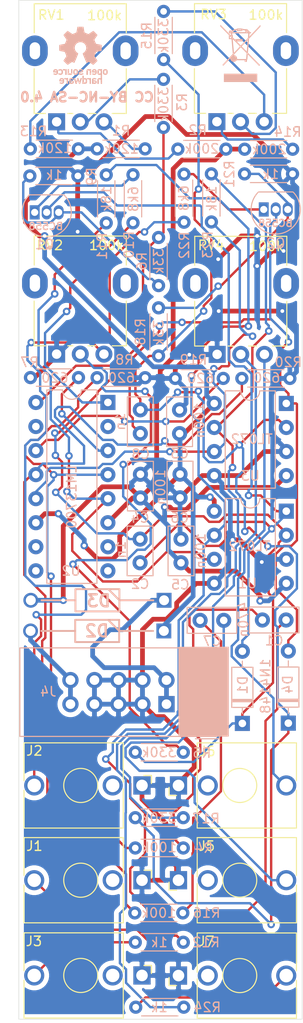
<source format=kicad_pcb>
(kicad_pcb (version 20171130) (host pcbnew "(5.1.4)-1")
  (layers (0 F.Cu signal) (31 B.Cu signal) (34 B.Paste user) (35 F.Paste user) (36 B.SilkS user) (37 F.SilkS user) (38 B.Mask user) (39 F.Mask user) (44 Edge.Cuts user))
  (net 0 "")
  (net 1 "Net-(C1-Pad2)")
  (net 2 "Net-(C1-Pad1)")
  (net 3 "Net-(C2-Pad2)")
  (net 4 "Net-(C2-Pad1)")
  (net 5 +12V)
  (net 6 -12V)
  (net 7 "Net-(D2-Pad2)")
  (net 8 "Net-(D3-Pad1)")
  (net 9 Earth)
  (net 10 "Net-(J2-PadT)")
  (net 11 "Net-(J3-PadT)")
  (net 12 "Net-(Q1-Pad1)")
  (net 13 "Net-(Q1-Pad3)")
  (net 14 "Net-(R1-Pad1)")
  (net 15 "Net-(R2-Pad1)")
  (net 16 "Net-(R3-Pad2)")
  (net 17 "Net-(R4-Pad1)")
  (net 18 "Net-(R5-Pad2)")
  (net 19 "Net-(R7-Pad1)")
  (net 20 "Net-(R10-Pad2)")
  (net 21 "Net-(R11-Pad2)")
  (net 22 "Net-(R11-Pad1)")
  (net 23 "Net-(U2-Pad2)")
  (net 24 "Net-(C7-Pad2)")
  (net 25 "Net-(C7-Pad1)")
  (net 26 "Net-(C8-Pad2)")
  (net 27 "Net-(C8-Pad1)")
  (net 28 "Net-(J6-PadT)")
  (net 29 "Net-(J7-PadT)")
  (net 30 "Net-(Q2-Pad1)")
  (net 31 "Net-(Q2-Pad3)")
  (net 32 "Net-(R13-Pad1)")
  (net 33 "Net-(R14-Pad1)")
  (net 34 "Net-(R15-Pad2)")
  (net 35 "Net-(R16-Pad1)")
  (net 36 "Net-(R17-Pad2)")
  (net 37 "Net-(R19-Pad1)")
  (net 38 "Net-(R22-Pad2)")
  (net 39 "Net-(R23-Pad2)")
  (net 40 "Net-(R23-Pad1)")
  (net 41 "Net-(U2-Pad15)")
  (module Symbol:WEEE-Logo_4.2x6mm_SilkScreen (layer B.Cu) (at 104.8512 49.9364 180)
    (fp_text reference J26 hide)
    (fp_text value WEEE hide)
  )
  (module Symbol:OSHW-Logo_5.7x6mm_SilkScreen (layer B.Cu) (at 87.9348 50.1396 180)
    (fp_text reference J27 hide)
    (fp_text value OSHW hide)
  )
  (module Package_DIP:DIP-8_W7.62mm (layer B.Cu) (at 109.7026 86.9061 180)
    (fp_text reference U3 (at 3.81 -7.6454) (layer B.SilkS) (effects (justify mirror)))
    (fp_text value TL072)
    (pad 8 thru_hole oval (at 7.62 0 180) (size 1.6 1.6) (drill 0.8) (layers *.Cu *.Mask) (net 5 +12V))
    (pad 4 thru_hole oval (at 0 -7.62 180) (size 1.6 1.6) (drill 0.8) (layers *.Cu *.Mask) (net 6 -12V))
    (pad 7 thru_hole oval (at 7.62 -2.54 180) (size 1.6 1.6) (drill 0.8) (layers *.Cu *.Mask) (net 40 "Net-(R23-Pad1)"))
    (pad 3 thru_hole oval (at 0 -5.08 180) (size 1.6 1.6) (drill 0.8) (layers *.Cu *.Mask) (net 9 Earth))
    (pad 6 thru_hole oval (at 7.62 -5.08 180) (size 1.6 1.6) (drill 0.8) (layers *.Cu *.Mask) (net 39 "Net-(R23-Pad2)"))
    (pad 2 thru_hole oval (at 0 -2.54 180) (size 1.6 1.6) (drill 0.8) (layers *.Cu *.Mask) (net 26 "Net-(C8-Pad2)"))
    (pad 5 thru_hole oval (at 7.62 -7.62 180) (size 1.6 1.6) (drill 0.8) (layers *.Cu *.Mask) (net 9 Earth))
    (pad 1 thru_hole rect (at 0 0 180) (size 1.6 1.6) (drill 0.8) (layers *.Cu *.Mask) (net 27 "Net-(C8-Pad1)"))
  )
  (module Potentiometer_THT:Potentiometer_Alpha_RD901F-40-00D_Single_Vertical (layer F.Cu) (at 102.3874 81.7245 90)
    (fp_text reference RV4 (at 11.5189 -0.635) (layer F.SilkS))
    (fp_text value 100k (at 11.4173 5.207) (layer F.SilkS))
    (pad "" thru_hole oval (at 7.5 -2.3 180) (size 2.72 3.24) (drill oval 1.1 1.8) (layers *.Cu *.Mask))
    (pad "" thru_hole oval (at 7.5 7.3 180) (size 2.72 3.24) (drill oval 1.1 1.8) (layers *.Cu *.Mask))
    (pad 3 thru_hole circle (at 0 5 180) (size 1.8 1.8) (drill 1) (layers *.Cu *.Mask) (net 28 "Net-(J6-PadT)"))
    (pad 2 thru_hole circle (at 0 2.5 180) (size 1.8 1.8) (drill 1) (layers *.Cu *.Mask) (net 36 "Net-(R17-Pad2)"))
    (pad 1 thru_hole rect (at 0 0 180) (size 1.8 1.8) (drill 1) (layers *.Cu *.Mask) (net 9 Earth))
  )
  (module Potentiometer_THT:Potentiometer_Alpha_RD901F-40-00D_Single_Vertical (layer F.Cu) (at 102.362 57.15 90)
    (fp_text reference RV3 (at 11.3284 -0.3556) (layer F.SilkS))
    (fp_text value 100k (at 11.2776 5.1816) (layer F.SilkS))
    (pad "" thru_hole oval (at 7.5 -2.3 180) (size 2.72 3.24) (drill oval 1.1 1.8) (layers *.Cu *.Mask))
    (pad "" thru_hole oval (at 7.5 7.3 180) (size 2.72 3.24) (drill oval 1.1 1.8) (layers *.Cu *.Mask))
    (pad 3 thru_hole circle (at 0 5 180) (size 1.8 1.8) (drill 1) (layers *.Cu *.Mask) (net 32 "Net-(R13-Pad1)"))
    (pad 2 thru_hole circle (at 0 2.5 180) (size 1.8 1.8) (drill 1) (layers *.Cu *.Mask) (net 34 "Net-(R15-Pad2)"))
    (pad 1 thru_hole rect (at 0 0 180) (size 1.8 1.8) (drill 1) (layers *.Cu *.Mask) (net 33 "Net-(R14-Pad1)"))
  )
  (module Resistor_THT:R_Axial_DIN0204_L3.6mm_D1.6mm_P5.08mm_Horizontal (layer B.Cu) (at 93.7768 150.6728)
    (fp_text reference R24 (at 7.5692 0.0127) (layer B.SilkS) (effects (justify mirror)))
    (fp_text value 1k (at 2.4892 0.0127) (layer B.SilkS) (effects (justify mirror)))
    (pad 2 thru_hole oval (at 5.08 0) (size 1.4 1.4) (drill 0.7) (layers *.Cu *.Mask) (net 40 "Net-(R23-Pad1)"))
    (pad 1 thru_hole circle (at 0 0) (size 1.4 1.4) (drill 0.7) (layers *.Cu *.Mask) (net 29 "Net-(J7-PadT)"))
  )
  (module Resistor_THT:R_Axial_DIN0204_L3.6mm_D1.6mm_P5.08mm_Horizontal (layer B.Cu) (at 101.7778 62.6618 270)
    (fp_text reference R23 (at 7.493 0.381 90) (layer B.SilkS) (effects (justify mirror)))
    (fp_text value 18k (at 2.6162 -0.0254 90) (layer B.SilkS) (effects (justify mirror)))
    (pad 2 thru_hole oval (at 5.08 0 270) (size 1.4 1.4) (drill 0.7) (layers *.Cu *.Mask) (net 39 "Net-(R23-Pad2)"))
    (pad 1 thru_hole circle (at 0 0 270) (size 1.4 1.4) (drill 0.7) (layers *.Cu *.Mask) (net 40 "Net-(R23-Pad1)"))
  )
  (module Resistor_THT:R_Axial_DIN0204_L3.6mm_D1.6mm_P5.08mm_Horizontal (layer B.Cu) (at 98.8822 62.6872 270)
    (fp_text reference R22 (at 7.5184 -0.0254 90) (layer B.SilkS) (effects (justify mirror)))
    (fp_text value 6k8 (at 2.54 0.0254 90) (layer B.SilkS) (effects (justify mirror)))
    (pad 2 thru_hole oval (at 5.08 0 270) (size 1.4 1.4) (drill 0.7) (layers *.Cu *.Mask) (net 38 "Net-(R22-Pad2)"))
    (pad 1 thru_hole circle (at 0 0 270) (size 1.4 1.4) (drill 0.7) (layers *.Cu *.Mask) (net 30 "Net-(Q2-Pad1)"))
  )
  (module Resistor_THT:R_Axial_DIN0204_L3.6mm_D1.6mm_P5.08mm_Horizontal (layer B.Cu) (at 110.363 62.6618 180)
    (fp_text reference R21 (at 6.6802 -0.0254 90) (layer B.SilkS) (effects (justify mirror)))
    (fp_text value 1k (at 2.3114 -0.0254) (layer B.SilkS) (effects (justify mirror)))
    (pad 2 thru_hole oval (at 5.08 0 180) (size 1.4 1.4) (drill 0.7) (layers *.Cu *.Mask) (net 31 "Net-(Q2-Pad3)"))
    (pad 1 thru_hole circle (at 0 0 180) (size 1.4 1.4) (drill 0.7) (layers *.Cu *.Mask) (net 9 Earth))
  )
  (module Resistor_THT:R_Axial_DIN0204_L3.6mm_D1.6mm_P5.08mm_Horizontal (layer B.Cu) (at 105.0036 84.2645)
    (fp_text reference R20 (at 4.9149 -1.7145) (layer B.SilkS) (effects (justify mirror)))
    (fp_text value 620 (at 2.6289 -0.0635) (layer B.SilkS) (effects (justify mirror)))
    (pad 2 thru_hole oval (at 5.08 0) (size 1.4 1.4) (drill 0.7) (layers *.Cu *.Mask) (net 9 Earth))
    (pad 1 thru_hole circle (at 0 0) (size 1.4 1.4) (drill 0.7) (layers *.Cu *.Mask) (net 35 "Net-(R16-Pad1)"))
  )
  (module Resistor_THT:R_Axial_DIN0204_L3.6mm_D1.6mm_P5.08mm_Horizontal (layer B.Cu) (at 103.0351 84.2645 180)
    (fp_text reference R19 (at 3.1496 1.9685) (layer B.SilkS) (effects (justify mirror)))
    (fp_text value 620 (at 2.3876 0) (layer B.SilkS) (effects (justify mirror)))
    (pad 2 thru_hole oval (at 5.08 0 180) (size 1.4 1.4) (drill 0.7) (layers *.Cu *.Mask) (net 9 Earth))
    (pad 1 thru_hole circle (at 0 0 180) (size 1.4 1.4) (drill 0.7) (layers *.Cu *.Mask) (net 37 "Net-(R19-Pad1)"))
  )
  (module Resistor_THT:R_Axial_DIN0204_L3.6mm_D1.6mm_P5.08mm_Horizontal (layer B.Cu) (at 96.1898 76.8096 270)
    (fp_text reference R18 (at 2.54 1.92 90) (layer B.SilkS) (effects (justify mirror)))
    (fp_text value 33k (at 2.6289 -0.0127 90) (layer B.SilkS) (effects (justify mirror)))
    (pad 2 thru_hole oval (at 5.08 0 270) (size 1.4 1.4) (drill 0.7) (layers *.Cu *.Mask) (net 26 "Net-(C8-Pad2)"))
    (pad 1 thru_hole circle (at 0 0 270) (size 1.4 1.4) (drill 0.7) (layers *.Cu *.Mask) (net 31 "Net-(Q2-Pad3)"))
  )
  (module Resistor_THT:R_Axial_DIN0204_L3.6mm_D1.6mm_P5.08mm_Horizontal (layer B.Cu) (at 93.726 130.6576)
    (fp_text reference R17 (at 7.493 0.0889) (layer B.SilkS) (effects (justify mirror)))
    (fp_text value 330k (at 2.54 0.0254) (layer B.SilkS) (effects (justify mirror)))
    (pad 2 thru_hole oval (at 5.08 0) (size 1.4 1.4) (drill 0.7) (layers *.Cu *.Mask) (net 36 "Net-(R17-Pad2)"))
    (pad 1 thru_hole circle (at 0 0) (size 1.4 1.4) (drill 0.7) (layers *.Cu *.Mask) (net 26 "Net-(C8-Pad2)"))
  )
  (module Resistor_THT:R_Axial_DIN0204_L3.6mm_D1.6mm_P5.08mm_Horizontal (layer B.Cu) (at 93.6752 140.716)
    (fp_text reference R16 (at 7.6073 0) (layer B.SilkS) (effects (justify mirror)))
    (fp_text value 100k (at 2.54 0) (layer B.SilkS) (effects (justify mirror)))
    (pad 2 thru_hole oval (at 5.08 0) (size 1.4 1.4) (drill 0.7) (layers *.Cu *.Mask) (net 25 "Net-(C7-Pad1)"))
    (pad 1 thru_hole circle (at 0 0) (size 1.4 1.4) (drill 0.7) (layers *.Cu *.Mask) (net 35 "Net-(R16-Pad1)"))
  )
  (module Resistor_THT:R_Axial_DIN0204_L3.6mm_D1.6mm_P5.08mm_Horizontal (layer B.Cu) (at 96.7232 50.5841 90)
    (fp_text reference R15 (at 2.5146 -1.7907 270) (layer B.SilkS) (effects (justify mirror)))
    (fp_text value 330k (at 2.5146 -0.0127 270) (layer B.SilkS) (effects (justify mirror)))
    (pad 2 thru_hole oval (at 5.08 0 90) (size 1.4 1.4) (drill 0.7) (layers *.Cu *.Mask) (net 34 "Net-(R15-Pad2)"))
    (pad 1 thru_hole circle (at 0 0 90) (size 1.4 1.4) (drill 0.7) (layers *.Cu *.Mask) (net 26 "Net-(C8-Pad2)"))
  )
  (module Resistor_THT:R_Axial_DIN0204_L3.6mm_D1.6mm_P5.08mm_Horizontal (layer B.Cu) (at 110.3757 60.0583 180)
    (fp_text reference R14 (at 0.5207 1.8288) (layer B.SilkS) (effects (justify mirror)))
    (fp_text value 200k (at 2.4892 -0.0127) (layer B.SilkS) (effects (justify mirror)))
    (pad 2 thru_hole oval (at 5.08 0 180) (size 1.4 1.4) (drill 0.7) (layers *.Cu *.Mask) (net 6 -12V))
    (pad 1 thru_hole circle (at 0 0 180) (size 1.4 1.4) (drill 0.7) (layers *.Cu *.Mask) (net 33 "Net-(R14-Pad1)"))
  )
  (module Resistor_THT:R_Axial_DIN0204_L3.6mm_D1.6mm_P5.08mm_Horizontal (layer B.Cu) (at 82.6262 60.0202)
    (fp_text reference R13 (at 0.3302 -1.8542) (layer B.SilkS) (effects (justify mirror)))
    (fp_text value 120k (at 2.5908 -0.0762) (layer B.SilkS) (effects (justify mirror)))
    (pad 2 thru_hole oval (at 5.08 0) (size 1.4 1.4) (drill 0.7) (layers *.Cu *.Mask) (net 5 +12V))
    (pad 1 thru_hole circle (at 0 0) (size 1.4 1.4) (drill 0.7) (layers *.Cu *.Mask) (net 32 "Net-(R13-Pad1)"))
  )
  (module Package_TO_SOT_THT:TO-92_Inline (layer B.Cu) (at 107.315 66.421)
    (fp_text reference Q2 (at 1.27 3.56) (layer B.SilkS) (effects (justify mirror)))
    (fp_text value BC558 (at 1.2446 1.4478) (layer B.SilkS) (effects (font (size 0.75 0.75)) (justify mirror)))
    (pad 1 thru_hole rect (at 0 0) (size 1.05 1.5) (drill 0.75) (layers *.Cu *.Mask) (net 30 "Net-(Q2-Pad1)"))
    (pad 3 thru_hole oval (at 2.54 0) (size 1.05 1.5) (drill 0.75) (layers *.Cu *.Mask) (net 31 "Net-(Q2-Pad3)"))
    (pad 2 thru_hole oval (at 1.27 0) (size 1.05 1.5) (drill 0.75) (layers *.Cu *.Mask) (net 27 "Net-(C8-Pad1)"))
  )
  (module Connector_Audio:Jack_3.5mm_QingPu_WQP-PJ398SM_Vertical_CircularHoles (layer F.Cu) (at 98.298 147.3327 90)
    (fp_text reference J7 (at 3.6195 2.9464) (layer F.SilkS))
    (fp_text value AudioJack2)
    (pad T thru_hole circle (at 0 11.4 270) (size 2.13 2.13) (drill 1.43) (layers *.Cu *.Mask) (net 29 "Net-(J7-PadT)"))
    (pad S thru_hole rect (at 0 0 270) (size 1.93 1.83) (drill 1.22) (layers *.Cu *.Mask) (net 9 Earth))
    (pad TN thru_hole circle (at 0 3.1 270) (size 2.13 2.13) (drill 1.42) (layers *.Cu *.Mask))
  )
  (module Connector_Audio:Jack_3.5mm_QingPu_WQP-PJ398SM_Vertical_CircularHoles (layer F.Cu) (at 98.298 127.254 90)
    (fp_text reference J6 (at 3.6068 3.048) (layer F.SilkS))
    (fp_text value AudioJack2)
    (pad T thru_hole circle (at 0 11.4 270) (size 2.13 2.13) (drill 1.43) (layers *.Cu *.Mask) (net 28 "Net-(J6-PadT)"))
    (pad S thru_hole rect (at 0 0 270) (size 1.93 1.83) (drill 1.22) (layers *.Cu *.Mask) (net 9 Earth))
    (pad TN thru_hole circle (at 0 3.1 270) (size 2.13 2.13) (drill 1.42) (layers *.Cu *.Mask))
  )
  (module Connector_Audio:Jack_3.5mm_QingPu_WQP-PJ398SM_Vertical_CircularHoles (layer F.Cu) (at 98.298 137.2616 90)
    (fp_text reference J5 (at 3.6068 2.9972) (layer F.SilkS))
    (fp_text value AudioJack2)
    (pad T thru_hole circle (at 0 11.4 270) (size 2.13 2.13) (drill 1.43) (layers *.Cu *.Mask) (net 24 "Net-(C7-Pad2)"))
    (pad S thru_hole rect (at 0 0 270) (size 1.93 1.83) (drill 1.22) (layers *.Cu *.Mask) (net 9 Earth))
    (pad TN thru_hole circle (at 0 3.1 270) (size 2.13 2.13) (drill 1.42) (layers *.Cu *.Mask))
  )
  (module Diode_THT:D_DO-35_SOD27_P7.62mm_Horizontal (layer B.Cu) (at 109.9185 120.6754 90)
    (fp_text reference D4 (at 4.0894 -0.0635 270) (layer B.SilkS) (effects (justify mirror)))
    (fp_text value 1N4148 (at 3.8989 -2.413 270) (layer B.SilkS) (effects (justify mirror)))
    (pad 2 thru_hole oval (at 7.62 0 90) (size 1.6 1.6) (drill 0.8) (layers *.Cu *.Mask) (net 27 "Net-(C8-Pad1)"))
    (pad 1 thru_hole rect (at 0 0 90) (size 1.6 1.6) (drill 0.8) (layers *.Cu *.Mask) (net 26 "Net-(C8-Pad2)"))
  )
  (module Capacitor_THT:C_Disc_D5.0mm_W2.5mm_P2.50mm (layer B.Cu) (at 94.2594 90.0811 90)
    (fp_text reference C8 (at -2.1844 0.0381) (layer B.SilkS) (effects (justify mirror)))
    (fp_text value 1n (at 1.2446 -2.1209 90) (layer B.SilkS) (effects (justify mirror)))
    (pad 2 thru_hole circle (at 2.5 0 90) (size 1.6 1.6) (drill 0.8) (layers *.Cu *.Mask) (net 26 "Net-(C8-Pad2)"))
    (pad 1 thru_hole circle (at 0 0 90) (size 1.6 1.6) (drill 0.8) (layers *.Cu *.Mask) (net 27 "Net-(C8-Pad1)"))
  )
  (module Capacitor_THT:C_Disc_D5.0mm_W2.5mm_P2.50mm (layer B.Cu) (at 100.584 109.8169)
    (fp_text reference C7 (at 1.27 2.1971) (layer B.SilkS) (effects (justify mirror)))
    (fp_text value 470n (at 4.572 -0.0889 90) (layer B.SilkS) (effects (justify mirror)))
    (pad 2 thru_hole circle (at 2.5 0) (size 1.6 1.6) (drill 0.8) (layers *.Cu *.Mask) (net 24 "Net-(C7-Pad2)"))
    (pad 1 thru_hole circle (at 0 0) (size 1.6 1.6) (drill 0.8) (layers *.Cu *.Mask) (net 25 "Net-(C7-Pad1)"))
  )
  (module Package_TO_SOT_THT:TO-92_Inline (layer B.Cu) (at 83.0834 66.7258)
    (fp_text reference Q1 (at 1.0541 3.3782) (layer B.SilkS) (effects (justify mirror)))
    (fp_text value BC558 (at 1.1811 1.4732) (layer B.SilkS) (effects (font (size 0.75 0.75)) (justify mirror)))
    (pad 1 thru_hole rect (at 0 0) (size 1.05 1.5) (drill 0.75) (layers *.Cu *.Mask) (net 12 "Net-(Q1-Pad1)"))
    (pad 3 thru_hole oval (at 2.54 0) (size 1.05 1.5) (drill 0.75) (layers *.Cu *.Mask) (net 13 "Net-(Q1-Pad3)"))
    (pad 2 thru_hole oval (at 1.27 0) (size 1.05 1.5) (drill 0.75) (layers *.Cu *.Mask) (net 4 "Net-(C2-Pad1)"))
  )
  (module Potentiometer_THT:Potentiometer_Alpha_RD901F-40-00D_Single_Vertical (layer F.Cu) (at 85.4075 81.6991 90)
    (fp_text reference RV2 (at 11.4935 -0.7239) (layer F.SilkS))
    (fp_text value 100k (at 11.4935 5.2705) (layer F.SilkS))
    (pad "" thru_hole oval (at 7.5 -2.3 180) (size 2.72 3.24) (drill oval 1.1 1.8) (layers *.Cu *.Mask))
    (pad "" thru_hole oval (at 7.5 7.3 180) (size 2.72 3.24) (drill oval 1.1 1.8) (layers *.Cu *.Mask))
    (pad 3 thru_hole circle (at 0 5 180) (size 1.8 1.8) (drill 1) (layers *.Cu *.Mask) (net 10 "Net-(J2-PadT)"))
    (pad 2 thru_hole circle (at 0 2.5 180) (size 1.8 1.8) (drill 1) (layers *.Cu *.Mask) (net 18 "Net-(R5-Pad2)"))
    (pad 1 thru_hole rect (at 0 0 180) (size 1.8 1.8) (drill 1) (layers *.Cu *.Mask) (net 9 Earth))
  )
  (module Potentiometer_THT:Potentiometer_Alpha_RD901F-40-00D_Single_Vertical (layer F.Cu) (at 85.4075 57.1627 90)
    (fp_text reference RV1 (at 11.2903 -0.5715) (layer F.SilkS))
    (fp_text value 100k (at 11.2395 5.0673) (layer F.SilkS))
    (pad "" thru_hole oval (at 7.5 -2.3 180) (size 2.72 3.24) (drill oval 1.1 1.8) (layers *.Cu *.Mask))
    (pad "" thru_hole oval (at 7.5 7.3 180) (size 2.72 3.24) (drill oval 1.1 1.8) (layers *.Cu *.Mask))
    (pad 3 thru_hole circle (at 0 5 180) (size 1.8 1.8) (drill 1) (layers *.Cu *.Mask) (net 14 "Net-(R1-Pad1)"))
    (pad 2 thru_hole circle (at 0 2.5 180) (size 1.8 1.8) (drill 1) (layers *.Cu *.Mask) (net 16 "Net-(R3-Pad2)"))
    (pad 1 thru_hole rect (at 0 0 180) (size 1.8 1.8) (drill 1) (layers *.Cu *.Mask) (net 15 "Net-(R2-Pad1)"))
  )
  (module Package_DIP:DIP-16_W7.62mm (layer B.Cu) (at 90.8304 86.8045 180)
    (fp_text reference U2 (at 3.8989 -17.78) (layer B.SilkS) (effects (justify mirror)))
    (fp_text value LM13700)
    (pad 16 thru_hole oval (at 7.62 0 180) (size 1.6 1.6) (drill 0.8) (layers *.Cu *.Mask) (net 38 "Net-(R22-Pad2)"))
    (pad 8 thru_hole oval (at 0 -17.78 180) (size 1.6 1.6) (drill 0.8) (layers *.Cu *.Mask))
    (pad 15 thru_hole oval (at 7.62 -2.54 180) (size 1.6 1.6) (drill 0.8) (layers *.Cu *.Mask) (net 41 "Net-(U2-Pad15)"))
    (pad 7 thru_hole oval (at 0 -15.24 180) (size 1.6 1.6) (drill 0.8) (layers *.Cu *.Mask))
    (pad 14 thru_hole oval (at 7.62 -5.08 180) (size 1.6 1.6) (drill 0.8) (layers *.Cu *.Mask) (net 37 "Net-(R19-Pad1)"))
    (pad 6 thru_hole oval (at 0 -12.7 180) (size 1.6 1.6) (drill 0.8) (layers *.Cu *.Mask) (net 6 -12V))
    (pad 13 thru_hole oval (at 7.62 -7.62 180) (size 1.6 1.6) (drill 0.8) (layers *.Cu *.Mask) (net 35 "Net-(R16-Pad1)"))
    (pad 5 thru_hole oval (at 0 -10.16 180) (size 1.6 1.6) (drill 0.8) (layers *.Cu *.Mask) (net 21 "Net-(R11-Pad2)"))
    (pad 12 thru_hole oval (at 7.62 -10.16 180) (size 1.6 1.6) (drill 0.8) (layers *.Cu *.Mask) (net 39 "Net-(R23-Pad2)"))
    (pad 4 thru_hole oval (at 0 -7.62 180) (size 1.6 1.6) (drill 0.8) (layers *.Cu *.Mask) (net 17 "Net-(R4-Pad1)"))
    (pad 11 thru_hole oval (at 7.62 -12.7 180) (size 1.6 1.6) (drill 0.8) (layers *.Cu *.Mask) (net 5 +12V))
    (pad 3 thru_hole oval (at 0 -5.08 180) (size 1.6 1.6) (drill 0.8) (layers *.Cu *.Mask) (net 19 "Net-(R7-Pad1)"))
    (pad 10 thru_hole oval (at 7.62 -15.24 180) (size 1.6 1.6) (drill 0.8) (layers *.Cu *.Mask))
    (pad 2 thru_hole oval (at 0 -2.54 180) (size 1.6 1.6) (drill 0.8) (layers *.Cu *.Mask) (net 23 "Net-(U2-Pad2)"))
    (pad 9 thru_hole oval (at 7.62 -17.78 180) (size 1.6 1.6) (drill 0.8) (layers *.Cu *.Mask))
    (pad 1 thru_hole rect (at 0 0 180) (size 1.6 1.6) (drill 0.8) (layers *.Cu *.Mask) (net 20 "Net-(R10-Pad2)"))
  )
  (module Package_DIP:DIP-8_W7.62mm (layer B.Cu) (at 109.7026 98.2853 180)
    (fp_text reference U1 (at 4.1021 -7.6327) (layer B.SilkS) (effects (justify mirror)))
    (fp_text value TL072)
    (pad 8 thru_hole oval (at 7.62 0 180) (size 1.6 1.6) (drill 0.8) (layers *.Cu *.Mask) (net 5 +12V))
    (pad 4 thru_hole oval (at 0 -7.62 180) (size 1.6 1.6) (drill 0.8) (layers *.Cu *.Mask) (net 6 -12V))
    (pad 7 thru_hole oval (at 7.62 -2.54 180) (size 1.6 1.6) (drill 0.8) (layers *.Cu *.Mask) (net 22 "Net-(R11-Pad1)"))
    (pad 3 thru_hole oval (at 0 -5.08 180) (size 1.6 1.6) (drill 0.8) (layers *.Cu *.Mask) (net 9 Earth))
    (pad 6 thru_hole oval (at 7.62 -5.08 180) (size 1.6 1.6) (drill 0.8) (layers *.Cu *.Mask) (net 21 "Net-(R11-Pad2)"))
    (pad 2 thru_hole oval (at 0 -2.54 180) (size 1.6 1.6) (drill 0.8) (layers *.Cu *.Mask) (net 3 "Net-(C2-Pad2)"))
    (pad 5 thru_hole oval (at 7.62 -7.62 180) (size 1.6 1.6) (drill 0.8) (layers *.Cu *.Mask) (net 9 Earth))
    (pad 1 thru_hole rect (at 0 0 180) (size 1.6 1.6) (drill 0.8) (layers *.Cu *.Mask) (net 4 "Net-(C2-Pad1)"))
  )
  (module Resistor_THT:R_Axial_DIN0204_L3.6mm_D1.6mm_P5.08mm_Horizontal (layer B.Cu) (at 93.726 143.8148)
    (fp_text reference R12 (at 7.493 0.0127) (layer B.SilkS) (effects (justify mirror)))
    (fp_text value 1k (at 2.54 0.0127) (layer B.SilkS) (effects (justify mirror)))
    (pad 2 thru_hole oval (at 5.08 0) (size 1.4 1.4) (drill 0.7) (layers *.Cu *.Mask) (net 22 "Net-(R11-Pad1)"))
    (pad 1 thru_hole circle (at 0 0) (size 1.4 1.4) (drill 0.7) (layers *.Cu *.Mask) (net 11 "Net-(J3-PadT)"))
  )
  (module Resistor_THT:R_Axial_DIN0204_L3.6mm_D1.6mm_P5.08mm_Horizontal (layer B.Cu) (at 90.6526 62.7634 270)
    (fp_text reference R11 (at 7.5438 0.4318 90) (layer B.SilkS) (effects (justify mirror)))
    (fp_text value 18k (at 2.54 -0.0254 90) (layer B.SilkS) (effects (justify mirror)))
    (pad 2 thru_hole oval (at 5.08 0 270) (size 1.4 1.4) (drill 0.7) (layers *.Cu *.Mask) (net 21 "Net-(R11-Pad2)"))
    (pad 1 thru_hole circle (at 0 0 270) (size 1.4 1.4) (drill 0.7) (layers *.Cu *.Mask) (net 22 "Net-(R11-Pad1)"))
  )
  (module Resistor_THT:R_Axial_DIN0204_L3.6mm_D1.6mm_P5.08mm_Horizontal (layer B.Cu) (at 93.4847 62.7507 270)
    (fp_text reference R10 (at 7.4041 0.4191 90) (layer B.SilkS) (effects (justify mirror)))
    (fp_text value 6k8 (at 2.5781 -0.0381 90) (layer B.SilkS) (effects (justify mirror)))
    (pad 2 thru_hole oval (at 5.08 0 270) (size 1.4 1.4) (drill 0.7) (layers *.Cu *.Mask) (net 20 "Net-(R10-Pad2)"))
    (pad 1 thru_hole circle (at 0 0 270) (size 1.4 1.4) (drill 0.7) (layers *.Cu *.Mask) (net 12 "Net-(Q1-Pad1)"))
  )
  (module Resistor_THT:R_Axial_DIN0204_L3.6mm_D1.6mm_P5.08mm_Horizontal (layer B.Cu) (at 87.6554 62.8777 180)
    (fp_text reference R9 (at -1.4478 -0.0635 90) (layer B.SilkS) (effects (justify mirror)))
    (fp_text value 1k (at 2.5146 0.0889) (layer B.SilkS) (effects (justify mirror)))
    (pad 2 thru_hole oval (at 5.08 0 180) (size 1.4 1.4) (drill 0.7) (layers *.Cu *.Mask) (net 13 "Net-(Q1-Pad3)"))
    (pad 1 thru_hole circle (at 0 0 180) (size 1.4 1.4) (drill 0.7) (layers *.Cu *.Mask) (net 9 Earth))
  )
  (module Resistor_THT:R_Axial_DIN0204_L3.6mm_D1.6mm_P5.08mm_Horizontal (layer B.Cu) (at 89.6874 84.1883)
    (fp_text reference R8 (at 2.8956 -1.8923) (layer B.SilkS) (effects (justify mirror)))
    (fp_text value 620 (at 2.5781 0.0127) (layer B.SilkS) (effects (justify mirror)))
    (pad 2 thru_hole oval (at 5.08 0) (size 1.4 1.4) (drill 0.7) (layers *.Cu *.Mask) (net 9 Earth))
    (pad 1 thru_hole circle (at 0 0) (size 1.4 1.4) (drill 0.7) (layers *.Cu *.Mask) (net 17 "Net-(R4-Pad1)"))
  )
  (module Resistor_THT:R_Axial_DIN0204_L3.6mm_D1.6mm_P5.08mm_Horizontal (layer B.Cu) (at 87.7189 84.1756 180)
    (fp_text reference R7 (at 5.1689 1.6256) (layer B.SilkS) (effects (justify mirror)))
    (fp_text value 620 (at 2.5019 -0.0254) (layer B.SilkS) (effects (justify mirror)))
    (pad 2 thru_hole oval (at 5.08 0 180) (size 1.4 1.4) (drill 0.7) (layers *.Cu *.Mask) (net 9 Earth))
    (pad 1 thru_hole circle (at 0 0 180) (size 1.4 1.4) (drill 0.7) (layers *.Cu *.Mask) (net 19 "Net-(R7-Pad1)"))
  )
  (module Resistor_THT:R_Axial_DIN0204_L3.6mm_D1.6mm_P5.08mm_Horizontal (layer B.Cu) (at 96.1898 74.4601 90)
    (fp_text reference R6 (at 2.5781 -1.7653 90) (layer B.SilkS) (effects (justify mirror)))
    (fp_text value 33k (at 2.5781 0.0127 90) (layer B.SilkS) (effects (justify mirror)))
    (pad 2 thru_hole oval (at 5.08 0 90) (size 1.4 1.4) (drill 0.7) (layers *.Cu *.Mask) (net 3 "Net-(C2-Pad2)"))
    (pad 1 thru_hole circle (at 0 0 90) (size 1.4 1.4) (drill 0.7) (layers *.Cu *.Mask) (net 13 "Net-(Q1-Pad3)"))
  )
  (module Resistor_THT:R_Axial_DIN0204_L3.6mm_D1.6mm_P5.08mm_Horizontal (layer B.Cu) (at 93.726 123.7488)
    (fp_text reference R5 (at 7.0485 0.0762) (layer B.SilkS) (effects (justify mirror)))
    (fp_text value 330k (at 2.54 0.0127) (layer B.SilkS) (effects (justify mirror)))
    (pad 2 thru_hole oval (at 5.08 0) (size 1.4 1.4) (drill 0.7) (layers *.Cu *.Mask) (net 18 "Net-(R5-Pad2)"))
    (pad 1 thru_hole circle (at 0 0) (size 1.4 1.4) (drill 0.7) (layers *.Cu *.Mask) (net 3 "Net-(C2-Pad2)"))
  )
  (module Resistor_THT:R_Axial_DIN0204_L3.6mm_D1.6mm_P5.08mm_Horizontal (layer B.Cu) (at 93.726 133.858)
    (fp_text reference R4 (at 7.239 0) (layer B.SilkS) (effects (justify mirror)))
    (fp_text value 100k (at 2.54 -0.0635) (layer B.SilkS) (effects (justify mirror)))
    (pad 2 thru_hole oval (at 5.08 0) (size 1.4 1.4) (drill 0.7) (layers *.Cu *.Mask) (net 2 "Net-(C1-Pad1)"))
    (pad 1 thru_hole circle (at 0 0) (size 1.4 1.4) (drill 0.7) (layers *.Cu *.Mask) (net 17 "Net-(R4-Pad1)"))
  )
  (module Resistor_THT:R_Axial_DIN0204_L3.6mm_D1.6mm_P5.08mm_Horizontal (layer B.Cu) (at 96.7105 57.7596 90)
    (fp_text reference R3 (at 2.667 1.9685 270) (layer B.SilkS) (effects (justify mirror)))
    (fp_text value 330k (at 2.4511 0 270) (layer B.SilkS) (effects (justify mirror)))
    (pad 2 thru_hole oval (at 5.08 0 90) (size 1.4 1.4) (drill 0.7) (layers *.Cu *.Mask) (net 16 "Net-(R3-Pad2)"))
    (pad 1 thru_hole circle (at 0 0 90) (size 1.4 1.4) (drill 0.7) (layers *.Cu *.Mask) (net 3 "Net-(C2-Pad2)"))
  )
  (module Resistor_THT:R_Axial_DIN0204_L3.6mm_D1.6mm_P5.08mm_Horizontal (layer B.Cu) (at 98.2345 60.0456)
    (fp_text reference R2 (at 2.0955 -2.0066) (layer B.SilkS) (effects (justify mirror)))
    (fp_text value 200k (at 2.54 -0.0381) (layer B.SilkS) (effects (justify mirror)))
    (pad 2 thru_hole oval (at 5.08 0) (size 1.4 1.4) (drill 0.7) (layers *.Cu *.Mask) (net 6 -12V))
    (pad 1 thru_hole circle (at 0 0) (size 1.4 1.4) (drill 0.7) (layers *.Cu *.Mask) (net 15 "Net-(R2-Pad1)"))
  )
  (module Resistor_THT:R_Axial_DIN0204_L3.6mm_D1.6mm_P5.08mm_Horizontal (layer B.Cu) (at 94.7674 60.0202 180)
    (fp_text reference R1 (at 2.54 1.92) (layer B.SilkS) (effects (justify mirror)))
    (fp_text value 120k (at 2.5019 0.0127) (layer B.SilkS) (effects (justify mirror)))
    (pad 2 thru_hole oval (at 5.08 0 180) (size 1.4 1.4) (drill 0.7) (layers *.Cu *.Mask) (net 5 +12V))
    (pad 1 thru_hole circle (at 0 0 180) (size 1.4 1.4) (drill 0.7) (layers *.Cu *.Mask) (net 14 "Net-(R1-Pad1)"))
  )
  (module Connector_IDC:IDC-Header_2x05_P2.54mm_Vertical (layer B.Cu) (at 97.028 118.6688 90)
    (fp_text reference J4 (at 1.3208 -12.5095) (layer B.SilkS) (effects (justify mirror)))
    (fp_text value Conn_02x05_Odd_Even)
    (pad 10 thru_hole oval (at 2.54 -10.16 90) (size 1.7272 1.7272) (drill 1.016) (layers *.Cu *.Mask) (net 7 "Net-(D2-Pad2)"))
    (pad 9 thru_hole oval (at 0 -10.16 90) (size 1.7272 1.7272) (drill 1.016) (layers *.Cu *.Mask) (net 7 "Net-(D2-Pad2)"))
    (pad 8 thru_hole oval (at 2.54 -7.62 90) (size 1.7272 1.7272) (drill 1.016) (layers *.Cu *.Mask) (net 9 Earth))
    (pad 7 thru_hole oval (at 0 -7.62 90) (size 1.7272 1.7272) (drill 1.016) (layers *.Cu *.Mask) (net 9 Earth))
    (pad 6 thru_hole oval (at 2.54 -5.08 90) (size 1.7272 1.7272) (drill 1.016) (layers *.Cu *.Mask) (net 9 Earth))
    (pad 5 thru_hole oval (at 0 -5.08 90) (size 1.7272 1.7272) (drill 1.016) (layers *.Cu *.Mask) (net 9 Earth))
    (pad 4 thru_hole oval (at 2.54 -2.54 90) (size 1.7272 1.7272) (drill 1.016) (layers *.Cu *.Mask) (net 9 Earth))
    (pad 3 thru_hole oval (at 0 -2.54 90) (size 1.7272 1.7272) (drill 1.016) (layers *.Cu *.Mask) (net 9 Earth))
    (pad 2 thru_hole oval (at 2.54 0 90) (size 1.7272 1.7272) (drill 1.016) (layers *.Cu *.Mask) (net 8 "Net-(D3-Pad1)"))
    (pad 1 thru_hole rect (at 0 0 90) (size 1.7272 1.7272) (drill 1.016) (layers *.Cu *.Mask) (net 8 "Net-(D3-Pad1)"))
  )
  (module Connector_Audio:Jack_3.5mm_QingPu_WQP-PJ398SM_Vertical_CircularHoles (layer F.Cu) (at 94.4372 147.32 270)
    (fp_text reference J3 (at -3.6068 11.43) (layer F.SilkS))
    (fp_text value AudioJack2)
    (pad T thru_hole circle (at 0 11.4 90) (size 2.13 2.13) (drill 1.43) (layers *.Cu *.Mask) (net 11 "Net-(J3-PadT)"))
    (pad S thru_hole rect (at 0 0 90) (size 1.93 1.83) (drill 1.22) (layers *.Cu *.Mask) (net 9 Earth))
    (pad TN thru_hole circle (at 0 3.1 90) (size 2.13 2.13) (drill 1.42) (layers *.Cu *.Mask))
  )
  (module Connector_Audio:Jack_3.5mm_QingPu_WQP-PJ398SM_Vertical_CircularHoles (layer F.Cu) (at 94.4372 127.254 270)
    (fp_text reference J2 (at -3.6576 11.3792) (layer F.SilkS))
    (fp_text value AudioJack2)
    (pad T thru_hole circle (at 0 11.4 90) (size 2.13 2.13) (drill 1.43) (layers *.Cu *.Mask) (net 10 "Net-(J2-PadT)"))
    (pad S thru_hole rect (at 0 0 90) (size 1.93 1.83) (drill 1.22) (layers *.Cu *.Mask) (net 9 Earth))
    (pad TN thru_hole circle (at 0 3.1 90) (size 2.13 2.13) (drill 1.42) (layers *.Cu *.Mask))
  )
  (module Connector_Audio:Jack_3.5mm_QingPu_WQP-PJ398SM_Vertical_CircularHoles (layer F.Cu) (at 94.4372 137.2616 270)
    (fp_text reference J1 (at -3.6068 11.3792) (layer F.SilkS))
    (fp_text value AudioJack2)
    (pad T thru_hole circle (at 0 11.4 90) (size 2.13 2.13) (drill 1.43) (layers *.Cu *.Mask) (net 1 "Net-(C1-Pad2)"))
    (pad S thru_hole rect (at 0 0 90) (size 1.93 1.83) (drill 1.22) (layers *.Cu *.Mask) (net 9 Earth))
    (pad TN thru_hole circle (at 0 3.1 90) (size 2.13 2.13) (drill 1.42) (layers *.Cu *.Mask))
  )
  (module RS:DIOAD1405W86L465D235 (layer B.Cu) (at 96.774 107.696 180)
    (fp_text reference D3 (at 6.9215 -0.0635) (layer B.SilkS) (effects (font (size 1.27 1.27) (thickness 0.254)) (justify mirror)))
    (fp_text value D_Schottky hide)
    (pad 2 thru_hole circle (at 14.1 0 180) (size 1.575 1.575) (drill 1.05) (layers *.Cu *.Mask) (net 6 -12V))
    (pad 1 thru_hole rect (at 0 0 180) (size 1.575 1.575) (drill 1.05) (layers *.Cu *.Mask) (net 8 "Net-(D3-Pad1)"))
  )
  (module RS:DIOAD1405W86L465D235 (layer B.Cu) (at 96.7486 110.9345 180)
    (fp_text reference D2 (at 7.0866 0) (layer B.SilkS) (effects (font (size 1.27 1.27) (thickness 0.254)) (justify mirror)))
    (fp_text value D_Schottky hide)
    (pad 2 thru_hole circle (at 14.1 0 180) (size 1.575 1.575) (drill 1.05) (layers *.Cu *.Mask) (net 7 "Net-(D2-Pad2)"))
    (pad 1 thru_hole rect (at 0 0 180) (size 1.575 1.575) (drill 1.05) (layers *.Cu *.Mask) (net 5 +12V))
  )
  (module Diode_THT:D_DO-35_SOD27_P7.62mm_Horizontal (layer B.Cu) (at 105.0544 120.7008 90)
    (fp_text reference D1 (at 4.0513 0.0381 270) (layer B.SilkS) (effects (justify mirror)))
    (fp_text value 1N4148)
    (pad 2 thru_hole oval (at 7.62 0 90) (size 1.6 1.6) (drill 0.8) (layers *.Cu *.Mask) (net 4 "Net-(C2-Pad1)"))
    (pad 1 thru_hole rect (at 0 0 90) (size 1.6 1.6) (drill 0.8) (layers *.Cu *.Mask) (net 3 "Net-(C2-Pad2)"))
  )
  (module Capacitor_THT:C_Disc_D5.0mm_W2.5mm_P2.50mm (layer B.Cu) (at 98.4631 96.8756 90)
    (fp_text reference C6 (at -2.1209 -0.0381) (layer B.SilkS) (effects (justify mirror)))
    (fp_text value 100n (at 1.1176 -2.0701 90) (layer B.SilkS) (effects (justify mirror)))
    (pad 2 thru_hole circle (at 2.5 0 90) (size 1.6 1.6) (drill 0.8) (layers *.Cu *.Mask) (net 5 +12V))
    (pad 1 thru_hole circle (at 0 0 90) (size 1.6 1.6) (drill 0.8) (layers *.Cu *.Mask) (net 9 Earth))
  )
  (module Capacitor_THT:C_Disc_D5.0mm_W2.5mm_P2.50mm (layer B.Cu) (at 98.5647 103.7336 90)
    (fp_text reference C5 (at -2.3114 -0.0762) (layer B.SilkS) (effects (justify mirror)))
    (fp_text value 100n (at 1.2446 2.0828 90) (layer B.SilkS) (effects (justify mirror)))
    (pad 2 thru_hole circle (at 2.5 0 90) (size 1.6 1.6) (drill 0.8) (layers *.Cu *.Mask) (net 9 Earth))
    (pad 1 thru_hole circle (at 0 0 90) (size 1.6 1.6) (drill 0.8) (layers *.Cu *.Mask) (net 6 -12V))
  )
  (module Capacitor_THT:C_Disc_D5.0mm_W2.5mm_P2.50mm (layer B.Cu) (at 94.2721 96.8883 90)
    (fp_text reference C4 (at -2.1082 -0.0381 180) (layer B.SilkS) (effects (justify mirror)))
    (fp_text value 100n)
    (pad 2 thru_hole circle (at 2.5 0 90) (size 1.6 1.6) (drill 0.8) (layers *.Cu *.Mask) (net 9 Earth))
    (pad 1 thru_hole circle (at 0 0 90) (size 1.6 1.6) (drill 0.8) (layers *.Cu *.Mask) (net 6 -12V))
  )
  (module Capacitor_THT:C_Disc_D5.0mm_W2.5mm_P2.50mm (layer B.Cu) (at 98.4123 90.0938 90)
    (fp_text reference C3 (at -2.1082 0.0127 180) (layer B.SilkS) (effects (justify mirror)))
    (fp_text value 100n (at 1.3843 2.1082 90) (layer B.SilkS) (effects (justify mirror)))
    (pad 2 thru_hole circle (at 2.5 0 90) (size 1.6 1.6) (drill 0.8) (layers *.Cu *.Mask) (net 9 Earth))
    (pad 1 thru_hole circle (at 0 0 90) (size 1.6 1.6) (drill 0.8) (layers *.Cu *.Mask) (net 5 +12V))
  )
  (module Capacitor_THT:C_Disc_D5.0mm_W2.5mm_P2.50mm (layer B.Cu) (at 94.234 103.7336 90)
    (fp_text reference C2 (at -2.2479 0 180) (layer B.SilkS) (effects (justify mirror)))
    (fp_text value 1n (at 1.3716 -2.032 90) (layer B.SilkS) (effects (justify mirror)))
    (pad 2 thru_hole circle (at 2.5 0 90) (size 1.6 1.6) (drill 0.8) (layers *.Cu *.Mask) (net 3 "Net-(C2-Pad2)"))
    (pad 1 thru_hole circle (at 0 0 90) (size 1.6 1.6) (drill 0.8) (layers *.Cu *.Mask) (net 4 "Net-(C2-Pad1)"))
  )
  (module Capacitor_THT:C_Disc_D5.0mm_W2.5mm_P2.50mm (layer B.Cu) (at 107.1753 109.7788)
    (fp_text reference C1 (at 1.25 2.1717) (layer B.SilkS) (effects (justify mirror)))
    (fp_text value 470n)
    (pad 2 thru_hole circle (at 2.5 0) (size 1.6 1.6) (drill 0.8) (layers *.Cu *.Mask) (net 1 "Net-(C1-Pad2)"))
    (pad 1 thru_hole circle (at 0 0) (size 1.6 1.6) (drill 0.8) (layers *.Cu *.Mask) (net 2 "Net-(C1-Pad1)"))
  )
  (gr_text "CC BY-NC-SA 4.0" (at 88.6206 54.5592) (layer B.SilkS) (effects (font (size 1 1) (thickness 0.25)) (justify mirror)))
  (gr_poly (pts (xy 98.3455 112.6603) (xy 103.5685 112.649) (xy 103.5685 122.047) (xy 98.3455 122.0103)) (layer B.SilkS) (width 0.1))
  (gr_text TL072 (at 106.045 90.678) (layer B.SilkS) (effects (font (size 1 1)) (justify mirror)))
  (gr_text TL072 (at 105.791 101.981) (layer B.SilkS) (effects (font (size 1 1)) (justify mirror)))
  (gr_text LM13700 (at 86.995 96.774 90) (layer B.SilkS) (effects (font (size 1 1)) (justify mirror)))
  (gr_line (start 81.407 44.323) (end 81.407 151.9428) (layer Edge.Cuts) (width 0.05))
  (gr_line (start 111.379 44.323) (end 81.407 44.323) (layer Edge.Cuts) (width 0.05))
  (gr_line (start 111.379 151.9428) (end 111.379 44.323) (layer Edge.Cuts) (width 0.05))
  (gr_line (start 81.407 151.9428) (end 111.379 151.9428) (layer Edge.Cuts) (width 0.05))
  (segment (start 108.750312 110.703788) (end 108.750312 119.18989) (width 0.25) (layer F.Cu) (net 1))
  (segment (start 109.6753 109.7788) (end 108.750312 110.703788) (width 0.25) (layer F.Cu) (net 1))
  (segment (start 107.5055 120.434702) (end 108.750312 119.18989) (width 0.25) (layer F.Cu) (net 1))
  (segment (start 101.245798 145.2245) (end 103.929399 142.540899) (width 0.25) (layer F.Cu) (net 1))
  (segment (start 107.5055 138.6205) (end 107.5055 120.434702) (width 0.25) (layer F.Cu) (net 1))
  (segment (start 83.0372 137.2616) (end 88.2696 142.494) (width 0.25) (layer F.Cu) (net 1))
  (segment (start 103.929399 142.540899) (end 103.929399 142.196601) (width 0.25) (layer F.Cu) (net 1))
  (segment (start 88.2696 142.494) (end 93.922202 142.494) (width 0.25) (layer F.Cu) (net 1))
  (segment (start 93.922202 142.494) (end 96.652702 145.2245) (width 0.25) (layer F.Cu) (net 1))
  (segment (start 103.929399 142.196601) (end 107.5055 138.6205) (width 0.25) (layer F.Cu) (net 1))
  (segment (start 96.652702 145.2245) (end 101.245798 145.2245) (width 0.25) (layer F.Cu) (net 1))
  (segment (start 98.806 133.858) (end 97.780999 132.832999) (width 0.25) (layer F.Cu) (net 2))
  (segment (start 99.855599 126.306389) (end 99.855599 128.110603) (width 0.25) (layer F.Cu) (net 2))
  (segment (start 97.780999 130.185203) (end 97.780999 132.832999) (width 0.25) (layer F.Cu) (net 2))
  (segment (start 100.60021 122.393022) (end 100.60021 125.561778) (width 0.25) (layer F.Cu) (net 2))
  (segment (start 99.855599 110.753501) (end 99.855599 121.648411) (width 0.25) (layer F.Cu) (net 2))
  (segment (start 100.60021 125.561778) (end 99.855599 126.306389) (width 0.25) (layer F.Cu) (net 2))
  (segment (start 99.458999 110.356901) (end 99.855599 110.753501) (width 0.25) (layer F.Cu) (net 2))
  (segment (start 99.855599 121.648411) (end 100.60021 122.393022) (width 0.25) (layer F.Cu) (net 2))
  (segment (start 99.855599 128.110603) (end 97.780999 130.185203) (width 0.25) (layer F.Cu) (net 2))
  (segment (start 107.1753 109.7788) (end 106.088399 108.691899) (width 0.25) (layer F.Cu) (net 2))
  (segment (start 106.088399 108.691899) (end 100.043999 108.691899) (width 0.25) (layer F.Cu) (net 2))
  (segment (start 100.043999 108.691899) (end 99.458999 109.276899) (width 0.25) (layer F.Cu) (net 2))
  (segment (start 99.458999 109.276899) (end 99.458999 110.356901) (width 0.25) (layer F.Cu) (net 2))
  (segment (start 94.751001 124.773801) (end 93.726 123.7488) (width 0.25) (layer B.Cu) (net 3))
  (segment (start 104.0044 120.7008) (end 99.931399 124.773801) (width 0.25) (layer B.Cu) (net 3))
  (segment (start 105.0544 120.7008) (end 104.0044 120.7008) (width 0.25) (layer B.Cu) (net 3))
  (segment (start 99.931399 124.773801) (end 94.751001 124.773801) (width 0.25) (layer B.Cu) (net 3))
  (via (at 85.2805 92.3925) (size 0.8) (drill 0.4) (layers F.Cu B.Cu) (net 3))
  (segment (start 92.498531 100.629501) (end 89.644001 100.629501) (width 0.25) (layer B.Cu) (net 3))
  (segment (start 94.234 101.2336) (end 93.10263 101.2336) (width 0.25) (layer B.Cu) (net 3))
  (segment (start 93.10263 101.2336) (end 92.498531 100.629501) (width 0.25) (layer B.Cu) (net 3))
  (segment (start 89.644001 100.629501) (end 85.31225 96.29775) (width 0.25) (layer B.Cu) (net 3))
  (segment (start 89.705399 85.744499) (end 89.705399 85.934191) (width 0.25) (layer F.Cu) (net 3))
  (via (at 85.215327 90.035353) (size 0.8) (drill 0.4) (layers F.Cu B.Cu) (net 3))
  (segment (start 89.705399 85.934191) (end 85.604237 90.035353) (width 0.25) (layer F.Cu) (net 3))
  (segment (start 85.604237 90.035353) (end 85.215327 90.035353) (width 0.25) (layer F.Cu) (net 3))
  (segment (start 91.674181 83.775717) (end 89.705399 85.744499) (width 0.25) (layer F.Cu) (net 3))
  (segment (start 85.2805 90.100526) (end 85.215327 90.035353) (width 0.25) (layer B.Cu) (net 3))
  (segment (start 94.54491 80.32276) (end 91.674181 83.193489) (width 0.25) (layer F.Cu) (net 3))
  (segment (start 94.54491 71.02499) (end 94.54491 80.32276) (width 0.25) (layer F.Cu) (net 3))
  (segment (start 91.674181 83.193489) (end 91.674181 83.775717) (width 0.25) (layer F.Cu) (net 3))
  (segment (start 96.1898 69.3801) (end 94.54491 71.02499) (width 0.25) (layer F.Cu) (net 3))
  (segment (start 85.2805 92.3925) (end 85.2805 90.100526) (width 0.25) (layer B.Cu) (net 3))
  (segment (start 85.984815 95.688685) (end 85.4075 96.266) (width 0.25) (layer F.Cu) (net 3))
  (via (at 85.31225 96.29775) (size 0.8) (drill 0.4) (layers F.Cu B.Cu) (net 3))
  (segment (start 85.984815 93.096815) (end 85.2805 92.3925) (width 0.25) (layer F.Cu) (net 3))
  (segment (start 85.984815 95.688685) (end 85.984815 93.096815) (width 0.25) (layer F.Cu) (net 3))
  (segment (start 96.7105 68.8594) (end 96.1898 69.3801) (width 0.25) (layer F.Cu) (net 3))
  (segment (start 96.7105 57.7596) (end 96.7105 68.8594) (width 0.25) (layer F.Cu) (net 3))
  (segment (start 105.0544 119.6508) (end 105.0544 120.7008) (width 0.25) (layer F.Cu) (net 3))
  (segment (start 108.300301 116.404899) (end 105.0544 119.6508) (width 0.25) (layer F.Cu) (net 3))
  (segment (start 107.833528 106.958638) (end 108.300301 107.425411) (width 0.25) (layer F.Cu) (net 3))
  (segment (start 108.902601 101.863887) (end 107.833528 102.93296) (width 0.25) (layer F.Cu) (net 3))
  (segment (start 107.833528 102.93296) (end 107.833528 106.958638) (width 0.25) (layer F.Cu) (net 3))
  (segment (start 108.300301 107.425411) (end 108.300301 116.404899) (width 0.25) (layer F.Cu) (net 3))
  (segment (start 107.753991 98.660791) (end 109.9312 100.838) (width 0.25) (layer F.Cu) (net 3))
  (segment (start 109.7026 100.8253) (end 108.902601 101.625299) (width 0.25) (layer F.Cu) (net 3))
  (segment (start 103.372111 98.660791) (end 107.753991 98.660791) (width 0.25) (layer F.Cu) (net 3))
  (segment (start 108.902601 101.625299) (end 108.902601 101.863887) (width 0.25) (layer F.Cu) (net 3))
  (segment (start 94.234 101.2336) (end 96.642299 98.825301) (width 0.25) (layer F.Cu) (net 3))
  (segment (start 96.642299 98.825301) (end 100.957599 98.825301) (width 0.25) (layer F.Cu) (net 3))
  (segment (start 100.957599 98.825301) (end 101.542599 99.410301) (width 0.25) (layer F.Cu) (net 3))
  (segment (start 101.542599 99.410301) (end 102.622601 99.410301) (width 0.25) (layer F.Cu) (net 3))
  (segment (start 102.622601 99.410301) (end 103.372111 98.660791) (width 0.25) (layer F.Cu) (net 3))
  (segment (start 108.8812 98.298) (end 109.9312 98.298) (width 0.25) (layer F.Cu) (net 4))
  (segment (start 108.164767 100.151067) (end 109.9312 98.384634) (width 0.25) (layer B.Cu) (net 4))
  (segment (start 101.086701 101.950301) (end 98.552 99.4156) (width 0.25) (layer F.Cu) (net 4))
  (segment (start 108.164767 100.151067) (end 107.4293 99.4156) (width 0.25) (layer F.Cu) (net 4))
  (segment (start 98.552 99.4156) (end 94.234 103.7336) (width 0.25) (layer F.Cu) (net 4))
  (segment (start 105.0544 113.0808) (end 105.0544 111.94943) (width 0.25) (layer B.Cu) (net 4))
  (segment (start 102.622601 101.950301) (end 101.086701 101.950301) (width 0.25) (layer F.Cu) (net 4))
  (segment (start 105.0544 111.94943) (end 105.707655 111.296175) (width 0.25) (layer B.Cu) (net 4))
  (segment (start 105.707655 102.608179) (end 108.164767 100.151067) (width 0.25) (layer B.Cu) (net 4))
  (via (at 108.164767 100.151067) (size 0.8) (drill 0.4) (layers F.Cu B.Cu) (net 4))
  (segment (start 103.253712 99.4156) (end 103.253712 101.31919) (width 0.25) (layer F.Cu) (net 4))
  (segment (start 109.9312 98.384634) (end 109.9312 98.298) (width 0.25) (layer B.Cu) (net 4))
  (segment (start 107.4293 99.4156) (end 103.253712 99.4156) (width 0.25) (layer F.Cu) (net 4))
  (segment (start 105.707655 111.296175) (end 105.707655 102.608179) (width 0.25) (layer B.Cu) (net 4))
  (segment (start 103.253712 101.31919) (end 102.622601 101.950301) (width 0.25) (layer F.Cu) (net 4))
  (via (at 105.714516 96.626111) (size 0.8) (drill 0.4) (layers F.Cu B.Cu) (net 4))
  (segment (start 109.7026 98.2853) (end 108.6526 98.2853) (width 0.25) (layer F.Cu) (net 4))
  (segment (start 108.6526 98.2853) (end 106.993411 96.626111) (width 0.25) (layer F.Cu) (net 4))
  (segment (start 84.3534 66.5008) (end 86.2493 64.6049) (width 0.25) (layer B.Cu) (net 4))
  (segment (start 100.578698 66.0019) (end 100.752799 66.176001) (width 0.25) (layer B.Cu) (net 4))
  (segment (start 100.752799 66.176001) (end 100.752799 68.233801) (width 0.25) (layer B.Cu) (net 4))
  (segment (start 91.7956 66.0019) (end 100.578698 66.0019) (width 0.25) (layer B.Cu) (net 4))
  (segment (start 90.3986 64.6049) (end 91.7956 66.0019) (width 0.25) (layer B.Cu) (net 4))
  (segment (start 100.752799 68.233801) (end 103.612401 71.093403) (width 0.25) (layer B.Cu) (net 4))
  (segment (start 106.028601 83.772499) (end 106.028601 95.746341) (width 0.25) (layer B.Cu) (net 4))
  (segment (start 105.243703 82.987601) (end 106.028601 83.772499) (width 0.25) (layer B.Cu) (net 4))
  (segment (start 106.028601 95.746341) (end 105.714516 96.060426) (width 0.25) (layer B.Cu) (net 4))
  (segment (start 104.299399 82.987601) (end 105.243703 82.987601) (width 0.25) (layer B.Cu) (net 4))
  (segment (start 103.612401 82.300603) (end 104.299399 82.987601) (width 0.25) (layer B.Cu) (net 4))
  (segment (start 103.612401 71.093403) (end 103.612401 82.300603) (width 0.25) (layer B.Cu) (net 4))
  (segment (start 86.2493 64.6049) (end 90.3986 64.6049) (width 0.25) (layer B.Cu) (net 4))
  (segment (start 84.3534 66.7258) (end 84.3534 66.5008) (width 0.25) (layer B.Cu) (net 4))
  (segment (start 105.714516 96.060426) (end 105.714516 96.626111) (width 0.25) (layer B.Cu) (net 4))
  (segment (start 106.993411 96.626111) (end 105.714516 96.626111) (width 0.25) (layer F.Cu) (net 4))
  (segment (start 99.8474 95.7599) (end 98.4631 94.3756) (width 0.5) (layer B.Cu) (net 5))
  (segment (start 99.8474 96.3168) (end 99.8474 95.7599) (width 0.5) (layer B.Cu) (net 5))
  (segment (start 87.7062 60.0202) (end 89.6874 60.0202) (width 0.5) (layer B.Cu) (net 5))
  (segment (start 96.7486 110.9345) (end 96.7486 110.362612) (width 0.5) (layer B.Cu) (net 5))
  (segment (start 99.8474 107.263812) (end 99.8474 96.3168) (width 0.5) (layer B.Cu) (net 5))
  (segment (start 96.7486 110.362612) (end 99.8474 107.263812) (width 0.5) (layer B.Cu) (net 5))
  (segment (start 101.9683 98.171) (end 102.0826 98.2853) (width 0.25) (layer B.Cu) (net 5))
  (segment (start 98.4631 90.1446) (end 98.4123 90.0938) (width 0.5) (layer B.Cu) (net 5))
  (segment (start 98.4631 94.3756) (end 98.4631 90.1446) (width 0.5) (layer B.Cu) (net 5))
  (segment (start 98.8949 90.0938) (end 102.0826 86.9061) (width 0.5) (layer F.Cu) (net 5))
  (segment (start 98.4123 90.0938) (end 98.8949 90.0938) (width 0.5) (layer F.Cu) (net 5))
  (segment (start 92.080401 100.930001) (end 92.080401 102.610599) (width 0.5) (layer F.Cu) (net 5))
  (segment (start 97.213099 95.797303) (end 92.080401 100.930001) (width 0.5) (layer F.Cu) (net 5))
  (segment (start 98.4631 94.3756) (end 97.213099 95.625601) (width 0.5) (layer F.Cu) (net 5))
  (segment (start 97.213099 95.625601) (end 97.213099 95.797303) (width 0.5) (layer F.Cu) (net 5))
  (segment (start 91.356501 103.334499) (end 89.745499 103.334499) (width 0.5) (layer F.Cu) (net 5))
  (segment (start 92.080401 102.610599) (end 91.356501 103.334499) (width 0.5) (layer F.Cu) (net 5))
  (segment (start 89.745499 103.334499) (end 88.3285 101.9175) (width 0.5) (layer F.Cu) (net 5))
  (via (at 88.3285 101.9175) (size 0.8) (drill 0.4) (layers F.Cu B.Cu) (net 5))
  (segment (start 88.3285 101.9175) (end 88.3285 101.2825) (width 0.5) (layer B.Cu) (net 5))
  (segment (start 88.3285 101.2825) (end 85.598 98.552) (width 0.5) (layer B.Cu) (net 5))
  (via (at 85.598 98.552) (size 0.8) (drill 0.4) (layers F.Cu B.Cu) (net 5))
  (segment (start 84.1629 98.552) (end 83.2104 99.5045) (width 0.5) (layer F.Cu) (net 5))
  (segment (start 85.598 98.552) (end 84.1629 98.552) (width 0.5) (layer F.Cu) (net 5))
  (segment (start 101.282601 86.106101) (end 101.282601 83.629601) (width 0.5) (layer B.Cu) (net 5))
  (segment (start 102.0826 86.9061) (end 101.282601 86.106101) (width 0.5) (layer B.Cu) (net 5))
  (segment (start 95.637799 83.039601) (end 84.1375 71.539302) (width 0.5) (layer B.Cu) (net 5))
  (segment (start 101.282601 83.629601) (end 100.692601 83.039601) (width 0.5) (layer B.Cu) (net 5))
  (segment (start 100.692601 83.039601) (end 95.637799 83.039601) (width 0.5) (layer B.Cu) (net 5))
  (segment (start 84.1375 71.539302) (end 84.1375 69.215) (width 0.5) (layer B.Cu) (net 5))
  (via (at 84.1375 69.215) (size 0.8) (drill 0.4) (layers F.Cu B.Cu) (net 5))
  (segment (start 82.108399 65.618001) (end 87.7062 60.0202) (width 0.5) (layer F.Cu) (net 5))
  (segment (start 82.108399 67.751584) (end 82.108399 65.618001) (width 0.5) (layer F.Cu) (net 5))
  (segment (start 83.571815 69.215) (end 82.108399 67.751584) (width 0.5) (layer F.Cu) (net 5))
  (segment (start 84.1375 69.215) (end 83.571815 69.215) (width 0.5) (layer F.Cu) (net 5))
  (segment (start 99.8474 96.3168) (end 100.329077 96.798477) (width 0.5) (layer B.Cu) (net 5))
  (via (at 101.634619 96.798477) (size 0.8) (drill 0.4) (layers F.Cu B.Cu) (net 5))
  (segment (start 100.329077 96.798477) (end 101.634619 96.798477) (width 0.5) (layer B.Cu) (net 5))
  (segment (start 102.0826 98.2853) (end 102.0826 97.15393) (width 0.5) (layer F.Cu) (net 5))
  (segment (start 101.727147 96.798477) (end 101.634619 96.798477) (width 0.5) (layer F.Cu) (net 5))
  (segment (start 102.0826 97.15393) (end 101.727147 96.798477) (width 0.5) (layer F.Cu) (net 5))
  (segment (start 105.283 60.0456) (end 105.2957 60.0583) (width 0.5) (layer F.Cu) (net 6))
  (segment (start 103.3145 60.0456) (end 105.283 60.0456) (width 0.5) (layer F.Cu) (net 6))
  (segment (start 97.732199 82.049203) (end 97.732199 62.135199) (width 0.5) (layer F.Cu) (net 6))
  (segment (start 96.367412 84.918478) (end 96.367412 83.41399) (width 0.5) (layer F.Cu) (net 6))
  (segment (start 96.367412 83.41399) (end 97.732199 82.049203) (width 0.5) (layer F.Cu) (net 6))
  (segment (start 98.671797 61.195601) (end 102.164499 61.195601) (width 0.5) (layer F.Cu) (net 6))
  (segment (start 95.99011 85.29578) (end 96.367412 84.918478) (width 0.5) (layer F.Cu) (net 6))
  (segment (start 97.732199 62.135199) (end 98.671797 61.195601) (width 0.5) (layer F.Cu) (net 6))
  (segment (start 102.164499 61.195601) (end 103.3145 60.0456) (width 0.5) (layer F.Cu) (net 6))
  (segment (start 95.99011 95.17029) (end 95.99011 91.77939) (width 0.5) (layer F.Cu) (net 6))
  (segment (start 94.2721 96.8883) (end 95.99011 95.17029) (width 0.5) (layer F.Cu) (net 6))
  (segment (start 95.99011 92.67029) (end 95.99011 91.77939) (width 0.5) (layer F.Cu) (net 6))
  (segment (start 95.99011 91.77939) (end 95.99011 85.29578) (width 0.5) (layer F.Cu) (net 6))
  (segment (start 94.2721 96.8883) (end 97.2185 99.8347) (width 0.5) (layer B.Cu) (net 6))
  (segment (start 97.2185 102.3874) (end 98.5647 103.7336) (width 0.5) (layer B.Cu) (net 6))
  (segment (start 97.2185 99.8347) (end 97.2185 102.3874) (width 0.5) (layer B.Cu) (net 6))
  (segment (start 93.4466 96.8883) (end 90.8304 99.5045) (width 0.5) (layer F.Cu) (net 6))
  (segment (start 94.2721 96.8883) (end 93.4466 96.8883) (width 0.5) (layer F.Cu) (net 6))
  (segment (start 90.230399 95.714499) (end 86.106 99.838898) (width 0.5) (layer F.Cu) (net 6))
  (segment (start 94.2721 96.8883) (end 93.098299 95.714499) (width 0.5) (layer F.Cu) (net 6))
  (segment (start 93.098299 95.714499) (end 90.230399 95.714499) (width 0.5) (layer F.Cu) (net 6))
  (segment (start 86.106 99.838898) (end 86.106 107.696) (width 0.5) (layer F.Cu) (net 6))
  (via (at 86.106 107.696) (size 0.8) (drill 0.4) (layers F.Cu B.Cu) (net 6))
  (segment (start 86.106 107.696) (end 82.674 107.696) (width 0.5) (layer B.Cu) (net 6))
  (via (at 106.934 107.7595) (size 0.8) (drill 0.4) (layers F.Cu B.Cu) (net 6))
  (segment (start 106.934 107.7595) (end 107.8484 107.7595) (width 0.5) (layer B.Cu) (net 6))
  (segment (start 107.8484 107.7595) (end 109.7026 105.9053) (width 0.5) (layer B.Cu) (net 6))
  (segment (start 99.446401 104.615301) (end 98.5647 103.7336) (width 0.5) (layer F.Cu) (net 6))
  (segment (start 104.355486 104.615301) (end 99.446401 104.615301) (width 0.5) (layer F.Cu) (net 6))
  (segment (start 106.934 107.193815) (end 104.355486 104.615301) (width 0.5) (layer F.Cu) (net 6))
  (segment (start 106.934 107.7595) (end 106.934 107.193815) (width 0.5) (layer F.Cu) (net 6))
  (via (at 96.8375 97.8535) (size 0.8) (drill 0.4) (layers F.Cu B.Cu) (net 6))
  (segment (start 96.8375 99.4537) (end 96.8375 97.8535) (width 0.5) (layer B.Cu) (net 6))
  (segment (start 97.2185 99.8347) (end 96.8375 99.4537) (width 0.5) (layer B.Cu) (net 6))
  (segment (start 108.452599 95.776101) (end 109.7026 94.5261) (width 0.5) (layer F.Cu) (net 6))
  (segment (start 101.454899 95.776101) (end 108.452599 95.776101) (width 0.5) (layer F.Cu) (net 6))
  (segment (start 99.105399 98.125601) (end 101.454899 95.776101) (width 0.5) (layer F.Cu) (net 6))
  (segment (start 97.675286 98.125601) (end 99.105399 98.125601) (width 0.5) (layer F.Cu) (net 6))
  (segment (start 97.403185 97.8535) (end 97.675286 98.125601) (width 0.5) (layer F.Cu) (net 6))
  (segment (start 96.8375 97.8535) (end 97.403185 97.8535) (width 0.5) (layer F.Cu) (net 6))
  (segment (start 86.868 118.6688) (end 86.868 116.1288) (width 0.5) (layer B.Cu) (net 7))
  (segment (start 82.6486 111.9094) (end 82.6486 110.9345) (width 0.5) (layer B.Cu) (net 7))
  (segment (start 86.868 116.1288) (end 82.6486 111.9094) (width 0.5) (layer B.Cu) (net 7))
  (segment (start 97.028 118.6688) (end 97.028 116.1288) (width 0.5) (layer B.Cu) (net 8))
  (segment (start 95.4865 107.696) (end 92.375 110.8075) (width 0.5) (layer B.Cu) (net 8))
  (segment (start 96.774 107.696) (end 95.4865 107.696) (width 0.5) (layer B.Cu) (net 8))
  (segment (start 92.375 110.8075) (end 91.059 110.8075) (width 0.5) (layer B.Cu) (net 8))
  (segment (start 91.059 110.8075) (end 89.2175 112.649) (width 0.5) (layer B.Cu) (net 8))
  (segment (start 89.2175 112.649) (end 89.2175 113.6015) (width 0.5) (layer B.Cu) (net 8))
  (segment (start 95.714399 114.815199) (end 97.028 116.1288) (width 0.5) (layer B.Cu) (net 8))
  (segment (start 90.431199 114.815199) (end 95.714399 114.815199) (width 0.5) (layer B.Cu) (net 8))
  (segment (start 89.2175 113.6015) (end 90.431199 114.815199) (width 0.5) (layer B.Cu) (net 8))
  (segment (start 83.0834 84.1756) (end 85.5599 81.6991) (width 0.5) (layer F.Cu) (net 9))
  (segment (start 82.6389 84.1756) (end 83.0834 84.1756) (width 0.5) (layer F.Cu) (net 9))
  (segment (start 99.956001 123.196799) (end 99.956001 125.342799) (width 0.5) (layer F.Cu) (net 9))
  (segment (start 99.956001 125.342799) (end 98.1456 127.1532) (width 0.5) (layer F.Cu) (net 9))
  (segment (start 98.1456 127.1532) (end 98.1456 127.2032) (width 0.5) (layer F.Cu) (net 9))
  (segment (start 94.488 118.6688) (end 95.801601 119.982401) (width 0.5) (layer F.Cu) (net 9))
  (segment (start 95.801601 119.982401) (end 96.741603 119.982401) (width 0.5) (layer F.Cu) (net 9))
  (segment (start 96.741603 119.982401) (end 99.956001 123.196799) (width 0.5) (layer F.Cu) (net 9))
  (segment (start 98.0948 137.2616) (end 94.4372 137.2616) (width 0.5) (layer F.Cu) (net 9))
  (segment (start 97.9551 83.253689) (end 99.446189 81.7626) (width 0.5) (layer F.Cu) (net 9))
  (segment (start 97.9551 84.2645) (end 97.9551 83.253689) (width 0.5) (layer F.Cu) (net 9))
  (segment (start 102.3874 81.7626) (end 99.446189 81.7626) (width 0.5) (layer B.Cu) (net 9))
  (via (at 99.446189 81.7626) (size 0.8) (drill 0.4) (layers F.Cu B.Cu) (net 9))
  (segment (start 110.0836 84.2645) (end 109.093651 84.2645) (width 0.5) (layer B.Cu) (net 9))
  (segment (start 109.093651 84.2645) (end 108.1024 85.255751) (width 0.5) (layer B.Cu) (net 9))
  (segment (start 108.1024 90.17) (end 109.9312 91.9988) (width 0.5) (layer B.Cu) (net 9))
  (segment (start 108.1024 85.255751) (end 108.1024 90.17) (width 0.5) (layer B.Cu) (net 9))
  (via (at 107.108527 103.657961) (size 0.8) (drill 0.4) (layers F.Cu B.Cu) (net 9))
  (segment (start 106.9213 103.470734) (end 107.108527 103.657961) (width 0.5) (layer F.Cu) (net 9))
  (segment (start 110.783599 83.564501) (end 110.783599 78.652599) (width 0.5) (layer B.Cu) (net 9))
  (segment (start 110.0836 84.2645) (end 110.783599 83.564501) (width 0.5) (layer B.Cu) (net 9))
  (segment (start 110.783599 78.652599) (end 109.2835 77.1525) (width 0.5) (layer B.Cu) (net 9))
  (via (at 109.2835 77.1525) (size 0.8) (drill 0.4) (layers F.Cu B.Cu) (net 9))
  (segment (start 109.2835 77.1525) (end 106.6165 77.1525) (width 0.5) (layer F.Cu) (net 9))
  (via (at 102.5525 77.1525) (size 0.8) (drill 0.4) (layers F.Cu B.Cu) (net 9))
  (segment (start 98.0948 135.7966) (end 96.9645 134.6663) (width 0.5) (layer F.Cu) (net 9))
  (segment (start 98.0948 137.2616) (end 98.0948 135.7966) (width 0.5) (layer F.Cu) (net 9))
  (segment (start 94.4372 128.719) (end 94.4372 127.254) (width 0.5) (layer F.Cu) (net 9))
  (segment (start 96.9645 131.2463) (end 94.4372 128.719) (width 0.5) (layer F.Cu) (net 9))
  (segment (start 96.9645 134.6663) (end 96.9645 131.2463) (width 0.5) (layer F.Cu) (net 9))
  (segment (start 87.6554 63.867649) (end 87.63 63.893049) (width 0.5) (layer F.Cu) (net 9))
  (segment (start 87.6554 62.8777) (end 87.6554 63.867649) (width 0.5) (layer F.Cu) (net 9))
  (via (at 87.63 68.7705) (size 0.8) (drill 0.4) (layers F.Cu B.Cu) (net 9))
  (segment (start 87.63 63.893049) (end 87.63 68.7705) (width 0.5) (layer F.Cu) (net 9))
  (segment (start 110.83001 64.118759) (end 110.83001 69.38299) (width 0.5) (layer B.Cu) (net 9))
  (segment (start 110.363 62.6618) (end 110.363 63.651749) (width 0.5) (layer B.Cu) (net 9))
  (segment (start 110.363 63.651749) (end 110.83001 64.118759) (width 0.5) (layer B.Cu) (net 9))
  (segment (start 110.83001 69.38299) (end 109.4105 70.8025) (width 0.5) (layer B.Cu) (net 9))
  (via (at 109.4105 70.8025) (size 0.8) (drill 0.4) (layers F.Cu B.Cu) (net 9))
  (via (at 106.6165 72.39) (size 0.8) (drill 0.4) (layers F.Cu B.Cu) (net 9))
  (segment (start 108.204 70.8025) (end 106.6165 72.39) (width 0.5) (layer F.Cu) (net 9))
  (segment (start 109.4105 70.8025) (end 108.204 70.8025) (width 0.5) (layer F.Cu) (net 9))
  (segment (start 106.6165 72.39) (end 106.6165 69.215) (width 0.5) (layer B.Cu) (net 9))
  (via (at 106.6165 69.215) (size 0.8) (drill 0.4) (layers F.Cu B.Cu) (net 9))
  (via (at 102.49742 71.672433) (size 0.8) (drill 0.4) (layers F.Cu B.Cu) (net 9))
  (segment (start 106.6165 69.215) (end 104.954853 69.215) (width 0.5) (layer F.Cu) (net 9))
  (segment (start 104.954853 69.215) (end 102.49742 71.672433) (width 0.5) (layer F.Cu) (net 9))
  (segment (start 106.6165 72.39) (end 106.6165 77.1525) (width 0.5) (layer F.Cu) (net 9))
  (segment (start 106.6165 77.1525) (end 102.5525 77.1525) (width 0.5) (layer F.Cu) (net 9))
  (segment (start 91.757501 82.347101) (end 91.757501 81.051099) (width 0.5) (layer B.Cu) (net 9))
  (segment (start 91.287412 82.81719) (end 91.757501 82.347101) (width 0.5) (layer B.Cu) (net 9))
  (segment (start 91.757501 81.051099) (end 91.055501 80.349099) (width 0.5) (layer B.Cu) (net 9))
  (segment (start 91.055501 80.349099) (end 86.909901 80.349099) (width 0.5) (layer B.Cu) (net 9))
  (segment (start 94.067401 84.888299) (end 91.683001 84.888299) (width 0.5) (layer B.Cu) (net 9))
  (segment (start 86.909901 80.349099) (end 85.5599 81.6991) (width 0.5) (layer B.Cu) (net 9))
  (segment (start 91.287412 84.49271) (end 91.287412 82.81719) (width 0.5) (layer B.Cu) (net 9))
  (segment (start 91.683001 84.888299) (end 91.287412 84.49271) (width 0.5) (layer B.Cu) (net 9))
  (segment (start 94.7674 84.1883) (end 94.067401 84.888299) (width 0.5) (layer B.Cu) (net 9))
  (segment (start 96.7594 96.8756) (end 98.4631 96.8756) (width 0.5) (layer B.Cu) (net 9))
  (segment (start 94.2721 94.3883) (end 96.7594 96.8756) (width 0.5) (layer B.Cu) (net 9))
  (segment (start 98.4631 101.132) (end 98.5647 101.2336) (width 0.5) (layer B.Cu) (net 9))
  (segment (start 98.4631 96.8756) (end 98.4631 101.132) (width 0.5) (layer B.Cu) (net 9))
  (segment (start 97.9551 84.2645) (end 99.101843 85.411243) (width 0.5) (layer B.Cu) (net 9))
  (segment (start 99.101843 85.411243) (end 99.101843 86.904257) (width 0.5) (layer B.Cu) (net 9))
  (segment (start 99.101843 86.904257) (end 98.4123 87.5938) (width 0.5) (layer B.Cu) (net 9))
  (segment (start 95.601099 109.696999) (end 94.488 110.810098) (width 0.5) (layer F.Cu) (net 9))
  (segment (start 94.488 110.810098) (end 94.488 116.1288) (width 0.5) (layer F.Cu) (net 9))
  (segment (start 98.105989 108.612546) (end 97.021536 109.696999) (width 0.5) (layer F.Cu) (net 9))
  (segment (start 97.021536 109.696999) (end 95.601099 109.696999) (width 0.5) (layer F.Cu) (net 9))
  (segment (start 98.105989 107.977546) (end 98.105989 108.612546) (width 0.5) (layer F.Cu) (net 9))
  (segment (start 100.165535 105.918) (end 98.105989 107.977546) (width 0.5) (layer F.Cu) (net 9))
  (segment (start 102.3112 105.918) (end 100.165535 105.918) (width 0.5) (layer F.Cu) (net 9))
  (segment (start 100.8126 94.5261) (end 102.0826 94.5261) (width 0.5) (layer F.Cu) (net 9))
  (segment (start 98.4631 96.8756) (end 100.8126 94.5261) (width 0.5) (layer F.Cu) (net 9))
  (segment (start 104.769697 101.319131) (end 104.01446 101.319131) (width 0.5) (layer F.Cu) (net 9))
  (segment (start 107.401188 103.3653) (end 107.108527 103.657961) (width 0.5) (layer B.Cu) (net 9))
  (segment (start 104.01446 100.753446) (end 104.01446 101.319131) (width 0.5) (layer B.Cu) (net 9))
  (segment (start 102.0826 105.9053) (end 102.882599 105.105301) (width 0.5) (layer B.Cu) (net 9))
  (segment (start 103.614461 101.71913) (end 104.01446 101.319131) (width 0.5) (layer B.Cu) (net 9))
  (segment (start 109.7026 103.3653) (end 107.401188 103.3653) (width 0.5) (layer B.Cu) (net 9))
  (segment (start 107.108527 103.657961) (end 104.769697 101.319131) (width 0.5) (layer F.Cu) (net 9))
  (segment (start 102.882599 96.177913) (end 103.782612 97.077926) (width 0.5) (layer B.Cu) (net 9))
  (segment (start 102.882599 95.326099) (end 102.882599 96.177913) (width 0.5) (layer B.Cu) (net 9))
  (segment (start 103.782612 100.521598) (end 104.01446 100.753446) (width 0.5) (layer B.Cu) (net 9))
  (segment (start 102.0826 94.5261) (end 102.882599 95.326099) (width 0.5) (layer B.Cu) (net 9))
  (via (at 104.01446 101.319131) (size 0.8) (drill 0.4) (layers F.Cu B.Cu) (net 9))
  (segment (start 102.882599 105.105301) (end 102.882599 105.043491) (width 0.5) (layer B.Cu) (net 9))
  (segment (start 102.882599 105.043491) (end 103.614461 104.311629) (width 0.5) (layer B.Cu) (net 9))
  (segment (start 103.614461 104.311629) (end 103.614461 101.71913) (width 0.5) (layer B.Cu) (net 9))
  (segment (start 103.782612 97.077926) (end 103.782612 100.521598) (width 0.5) (layer B.Cu) (net 9))
  (segment (start 88.355399 62.177701) (end 87.6554 62.8777) (width 0.5) (layer F.Cu) (net 9))
  (segment (start 94.800003 56.609599) (end 89.231901 62.177701) (width 0.5) (layer F.Cu) (net 9))
  (segment (start 97.262501 56.609599) (end 94.800003 56.609599) (width 0.5) (layer F.Cu) (net 9))
  (segment (start 99.152903 58.500001) (end 97.262501 56.609599) (width 0.5) (layer F.Cu) (net 9))
  (segment (start 89.231901 62.177701) (end 88.355399 62.177701) (width 0.5) (layer F.Cu) (net 9))
  (segment (start 106.201201 58.500001) (end 99.152903 58.500001) (width 0.5) (layer F.Cu) (net 9))
  (segment (start 110.363 62.6618) (end 106.201201 58.500001) (width 0.5) (layer F.Cu) (net 9))
  (segment (start 104.826436 94.5261) (end 107.366436 91.9861) (width 0.5) (layer F.Cu) (net 9))
  (segment (start 107.366436 91.9861) (end 109.7026 91.9861) (width 0.5) (layer F.Cu) (net 9))
  (segment (start 102.0826 94.5261) (end 104.826436 94.5261) (width 0.5) (layer F.Cu) (net 9))
  (segment (start 83.0372 112.192402) (end 83.761101 111.468501) (width 0.25) (layer F.Cu) (net 10))
  (segment (start 83.0372 127.254) (end 83.0372 112.192402) (width 0.25) (layer F.Cu) (net 10))
  (segment (start 83.761101 111.468501) (end 83.761101 109.732601) (width 0.25) (layer F.Cu) (net 10))
  (segment (start 83.761101 109.732601) (end 83.2485 109.22) (width 0.25) (layer F.Cu) (net 10))
  (via (at 83.2485 109.22) (size 0.8) (drill 0.4) (layers F.Cu B.Cu) (net 10))
  (segment (start 83.2485 109.22) (end 88.011 109.22) (width 0.25) (layer B.Cu) (net 10))
  (via (at 82.720901 80.474099) (size 0.8) (drill 0.4) (layers F.Cu B.Cu) (net 10))
  (segment (start 82.085399 91.344499) (end 82.085399 105.124501) (width 0.25) (layer B.Cu) (net 10))
  (segment (start 82.670399 90.759499) (end 82.085399 91.344499) (width 0.25) (layer B.Cu) (net 10))
  (segment (start 83.460403 90.759499) (end 82.670399 90.759499) (width 0.25) (layer B.Cu) (net 10))
  (segment (start 82.085399 105.124501) (end 83.132898 106.172) (width 0.25) (layer B.Cu) (net 10))
  (segment (start 84.335401 89.884501) (end 83.460403 90.759499) (width 0.25) (layer B.Cu) (net 10))
  (segment (start 84.335401 86.264499) (end 84.335401 89.884501) (width 0.25) (layer B.Cu) (net 10))
  (segment (start 83.663901 85.592999) (end 84.335401 86.264499) (width 0.25) (layer B.Cu) (net 10))
  (segment (start 82.320902 82.3406) (end 83.663901 83.683599) (width 0.25) (layer B.Cu) (net 10))
  (segment (start 82.320902 80.874098) (end 82.320902 82.3406) (width 0.25) (layer B.Cu) (net 10))
  (segment (start 83.663901 83.683599) (end 83.663901 85.592999) (width 0.25) (layer B.Cu) (net 10))
  (segment (start 82.720901 80.474099) (end 82.320902 80.874098) (width 0.25) (layer B.Cu) (net 10))
  (segment (start 89.182499 80.474099) (end 82.720901 80.474099) (width 0.25) (layer F.Cu) (net 10))
  (segment (start 90.4075 81.6991) (end 89.182499 80.474099) (width 0.25) (layer F.Cu) (net 10))
  (segment (start 83.132898 106.172) (end 85.6615 106.172) (width 0.25) (layer B.Cu) (net 10))
  (segment (start 85.6615 106.172) (end 86.36 106.172) (width 0.25) (layer B.Cu) (net 10))
  (segment (start 87.63 106.172) (end 88.0745 106.172) (width 0.25) (layer B.Cu) (net 10))
  (segment (start 88.011 106.172) (end 87.63 106.172) (width 0.25) (layer B.Cu) (net 10))
  (segment (start 87.63 106.172) (end 85.6615 106.172) (width 0.25) (layer B.Cu) (net 10))
  (segment (start 88.0745 106.172) (end 88.519 106.6165) (width 0.25) (layer B.Cu) (net 10))
  (segment (start 88.519 108.712) (end 88.011 109.22) (width 0.25) (layer B.Cu) (net 10))
  (segment (start 88.519 106.6165) (end 88.519 108.712) (width 0.25) (layer B.Cu) (net 10))
  (segment (start 86.5424 143.8148) (end 83.0372 147.32) (width 0.25) (layer F.Cu) (net 11))
  (segment (start 93.726 143.8148) (end 86.5424 143.8148) (width 0.25) (layer F.Cu) (net 11))
  (segment (start 83.0834 66.5008) (end 83.0834 66.7258) (width 0.25) (layer B.Cu) (net 12))
  (segment (start 85.681499 63.902701) (end 83.0834 66.5008) (width 0.25) (layer B.Cu) (net 12))
  (segment (start 92.332699 63.902701) (end 85.681499 63.902701) (width 0.25) (layer B.Cu) (net 12))
  (segment (start 93.4847 62.7507) (end 92.332699 63.902701) (width 0.25) (layer B.Cu) (net 12))
  (segment (start 95.489801 73.760101) (end 96.1898 74.4601) (width 0.25) (layer B.Cu) (net 13))
  (segment (start 95.063864 73.760101) (end 95.489801 73.760101) (width 0.25) (layer B.Cu) (net 13))
  (segment (start 88.029563 66.7258) (end 95.063864 73.760101) (width 0.25) (layer B.Cu) (net 13))
  (segment (start 85.6234 66.7258) (end 88.029563 66.7258) (width 0.25) (layer B.Cu) (net 13))
  (segment (start 85.6234 66.9508) (end 85.6234 66.7258) (width 0.25) (layer B.Cu) (net 13))
  (segment (start 84.773399 67.800801) (end 85.6234 66.9508) (width 0.25) (layer B.Cu) (net 13))
  (segment (start 82.298399 67.800801) (end 84.773399 67.800801) (width 0.25) (layer B.Cu) (net 13))
  (segment (start 81.875401 67.377803) (end 82.298399 67.800801) (width 0.25) (layer B.Cu) (net 13))
  (segment (start 81.875401 63.577699) (end 81.875401 67.377803) (width 0.25) (layer B.Cu) (net 13))
  (segment (start 82.5754 62.8777) (end 81.875401 63.577699) (width 0.25) (layer B.Cu) (net 13))
  (segment (start 93.4428 60.0202) (end 94.7674 60.0202) (width 0.25) (layer B.Cu) (net 14))
  (segment (start 90.5853 57.1627) (end 93.4428 60.0202) (width 0.25) (layer B.Cu) (net 14))
  (segment (start 85.660301 58.387701) (end 90.047297 58.387701) (width 0.25) (layer B.Cu) (net 15))
  (segment (start 90.047297 58.387701) (end 92.704797 61.045201) (width 0.25) (layer B.Cu) (net 15))
  (segment (start 85.5853 58.3127) (end 85.660301 58.387701) (width 0.25) (layer B.Cu) (net 15))
  (segment (start 97.234899 61.045201) (end 98.2345 60.0456) (width 0.25) (layer B.Cu) (net 15))
  (segment (start 85.5853 57.1627) (end 85.5853 58.3127) (width 0.25) (layer B.Cu) (net 15))
  (segment (start 92.704797 61.045201) (end 97.234899 61.045201) (width 0.25) (layer B.Cu) (net 15))
  (segment (start 88.664674 57.1627) (end 88.0853 57.1627) (width 0.25) (layer B.Cu) (net 16))
  (segment (start 93.147774 52.6796) (end 88.664674 57.1627) (width 0.25) (layer B.Cu) (net 16))
  (segment (start 96.7105 52.6796) (end 93.147774 52.6796) (width 0.25) (layer B.Cu) (net 16))
  (segment (start 90.3732 94.4372) (end 85.09 94.4372) (width 0.25) (layer B.Cu) (net 17))
  (via (at 85.09 94.4372) (size 0.8) (drill 0.4) (layers F.Cu B.Cu) (net 17))
  (segment (start 83.431267 90.759499) (end 84.637933 89.552833) (width 0.25) (layer F.Cu) (net 17))
  (segment (start 82.085399 91.344499) (end 82.670399 90.759499) (width 0.25) (layer F.Cu) (net 17))
  (segment (start 82.085399 92.424501) (end 82.085399 91.344499) (width 0.25) (layer F.Cu) (net 17))
  (segment (start 82.670399 90.759499) (end 83.431267 90.759499) (width 0.25) (layer F.Cu) (net 17))
  (segment (start 84.637933 89.552833) (end 84.150635 90.040131) (width 0.25) (layer F.Cu) (net 17))
  (segment (start 82.960397 93.299499) (end 82.225499 92.564601) (width 0.25) (layer F.Cu) (net 17))
  (segment (start 83.952299 93.299499) (end 82.960397 93.299499) (width 0.25) (layer F.Cu) (net 17))
  (segment (start 85.09 94.4372) (end 83.952299 93.299499) (width 0.25) (layer F.Cu) (net 17))
  (segment (start 82.670399 93.009501) (end 82.225499 92.564601) (width 0.25) (layer F.Cu) (net 17))
  (segment (start 82.225499 92.564601) (end 82.085399 92.424501) (width 0.25) (layer F.Cu) (net 17))
  (segment (start 87.683701 87.319477) (end 85.70309 89.300089) (width 0.25) (layer F.Cu) (net 17))
  (segment (start 87.683701 86.191999) (end 87.683701 87.319477) (width 0.25) (layer F.Cu) (net 17))
  (segment (start 89.6874 84.1883) (end 87.683701 86.191999) (width 0.25) (layer F.Cu) (net 17))
  (segment (start 85.70309 89.300089) (end 84.890677 89.300089) (width 0.25) (layer F.Cu) (net 17))
  (segment (start 84.890677 89.300089) (end 84.637933 89.552833) (width 0.25) (layer F.Cu) (net 17))
  (segment (start 92.736051 133.858) (end 89.751551 130.8735) (width 0.25) (layer F.Cu) (net 17))
  (segment (start 93.726 133.858) (end 92.736051 133.858) (width 0.25) (layer F.Cu) (net 17))
  (segment (start 89.751551 130.8735) (end 88.0745 130.8735) (width 0.25) (layer F.Cu) (net 17))
  (segment (start 84.963 127.762) (end 84.963 124.1425) (width 0.25) (layer F.Cu) (net 17))
  (segment (start 88.0745 130.8735) (end 84.963 127.762) (width 0.25) (layer F.Cu) (net 17))
  (segment (start 84.963 124.1425) (end 84.963 125.095) (width 0.25) (layer F.Cu) (net 17))
  (segment (start 85.09 94.4372) (end 85.09 95.002885) (width 0.25) (layer B.Cu) (net 17))
  (via (at 84.81149 105.156) (size 0.8) (drill 0.4) (layers F.Cu B.Cu) (net 17))
  (segment (start 84.411491 104.756001) (end 84.81149 105.156) (width 0.25) (layer B.Cu) (net 17))
  (segment (start 84.411491 95.681394) (end 84.411491 104.756001) (width 0.25) (layer B.Cu) (net 17))
  (segment (start 84.81149 123.99099) (end 84.81149 105.156) (width 0.25) (layer F.Cu) (net 17))
  (segment (start 85.09 95.002885) (end 84.411491 95.681394) (width 0.25) (layer B.Cu) (net 17))
  (segment (start 84.963 124.1425) (end 84.81149 123.99099) (width 0.25) (layer F.Cu) (net 17))
  (segment (start 93.136601 119.076531) (end 93.136601 109.887901) (width 0.25) (layer F.Cu) (net 18))
  (segment (start 97.108871 123.048801) (end 93.136601 119.076531) (width 0.25) (layer F.Cu) (net 18))
  (segment (start 98.806 123.7488) (end 98.106001 123.048801) (width 0.25) (layer F.Cu) (net 18))
  (segment (start 98.106001 123.048801) (end 97.108871 123.048801) (width 0.25) (layer F.Cu) (net 18))
  (segment (start 93.136601 109.887901) (end 87.1347 103.886) (width 0.25) (layer F.Cu) (net 18))
  (via (at 87.1347 103.886) (size 0.8) (drill 0.4) (layers F.Cu B.Cu) (net 18))
  (segment (start 93.943997 102.358601) (end 94.743989 102.358601) (width 0.25) (layer B.Cu) (net 18))
  (segment (start 92.448611 96.729813) (end 92.448611 93.352389) (width 0.25) (layer B.Cu) (net 18))
  (segment (start 94.743989 102.358601) (end 95.359001 101.743589) (width 0.25) (layer B.Cu) (net 18))
  (segment (start 95.359001 101.743589) (end 95.359001 99.640203) (width 0.25) (layer B.Cu) (net 18))
  (segment (start 87.561201 103.459499) (end 92.843099 103.459499) (width 0.25) (layer B.Cu) (net 18))
  (segment (start 95.359001 99.640203) (end 92.448611 96.729813) (width 0.25) (layer B.Cu) (net 18))
  (segment (start 87.1347 103.886) (end 87.561201 103.459499) (width 0.25) (layer B.Cu) (net 18))
  (segment (start 92.843099 103.459499) (end 93.943997 102.358601) (width 0.25) (layer B.Cu) (net 18))
  (segment (start 94.7547 85.6234) (end 95.384401 86.253101) (width 0.25) (layer F.Cu) (net 18))
  (via (at 92.448611 93.352389) (size 0.8) (drill 0.4) (layers F.Cu B.Cu) (net 18))
  (segment (start 93.014296 93.352389) (end 92.448611 93.352389) (width 0.25) (layer F.Cu) (net 18))
  (segment (start 95.384401 90.982284) (end 93.014296 93.352389) (width 0.25) (layer F.Cu) (net 18))
  (segment (start 95.384401 86.253101) (end 95.384401 90.982284) (width 0.25) (layer F.Cu) (net 18))
  (segment (start 92.4052 93.308978) (end 92.448611 93.352389) (width 0.25) (layer B.Cu) (net 18))
  (via (at 94.7547 85.6234) (size 0.8) (drill 0.4) (layers F.Cu B.Cu) (net 18))
  (segment (start 89.371699 83.163299) (end 87.9075 81.6991) (width 0.25) (layer B.Cu) (net 18))
  (segment (start 94.7547 85.6234) (end 90.5895 85.6234) (width 0.25) (layer B.Cu) (net 18))
  (segment (start 90.179401 83.163299) (end 89.371699 83.163299) (width 0.25) (layer B.Cu) (net 18))
  (segment (start 90.712401 84.680301) (end 90.712401 83.696299) (width 0.25) (layer B.Cu) (net 18))
  (segment (start 90.712401 83.696299) (end 90.179401 83.163299) (width 0.25) (layer B.Cu) (net 18))
  (segment (start 90.179401 85.213301) (end 90.712401 84.680301) (width 0.25) (layer B.Cu) (net 18))
  (segment (start 90.5895 85.6234) (end 90.179401 85.213301) (width 0.25) (layer B.Cu) (net 18))
  (segment (start 90.3732 91.8972) (end 89.853147 91.8972) (width 0.25) (layer B.Cu) (net 19))
  (segment (start 89.853147 91.8972) (end 85.960433 88.004486) (width 0.25) (layer B.Cu) (net 19))
  (segment (start 85.960433 85.934067) (end 85.960433 88.004486) (width 0.25) (layer F.Cu) (net 19))
  (segment (start 87.7189 84.1756) (end 85.960433 85.934067) (width 0.25) (layer F.Cu) (net 19))
  (via (at 85.960433 88.004486) (size 0.8) (drill 0.4) (layers F.Cu B.Cu) (net 19))
  (segment (start 86.848899 74.466501) (end 93.4847 67.8307) (width 0.25) (layer F.Cu) (net 20))
  (segment (start 86.848899 76.803301) (end 86.848899 74.466501) (width 0.25) (layer F.Cu) (net 20))
  (segment (start 86.4489 77.2033) (end 86.4616 77.1906) (width 0.25) (layer F.Cu) (net 20))
  (segment (start 84.182499 79.469701) (end 86.4489 77.2033) (width 0.25) (layer B.Cu) (net 20))
  (segment (start 84.182499 82.859101) (end 84.182499 79.469701) (width 0.25) (layer B.Cu) (net 20))
  (segment (start 88.127898 86.8045) (end 84.182499 82.859101) (width 0.25) (layer B.Cu) (net 20))
  (segment (start 90.8304 86.8045) (end 88.127898 86.8045) (width 0.25) (layer B.Cu) (net 20))
  (segment (start 86.4616 77.1906) (end 86.848899 76.803301) (width 0.25) (layer F.Cu) (net 20))
  (via (at 86.4616 77.1906) (size 0.8) (drill 0.4) (layers F.Cu B.Cu) (net 20))
  (via (at 85.2043 75.3364) (size 0.8) (drill 0.4) (layers F.Cu B.Cu) (net 21))
  (segment (start 85.2043 73.2917) (end 85.2043 75.3364) (width 0.25) (layer F.Cu) (net 21))
  (segment (start 90.6526 67.8434) (end 85.2043 73.2917) (width 0.25) (layer F.Cu) (net 21))
  (segment (start 87.247321 96.9645) (end 86.49082 96.207999) (width 0.25) (layer B.Cu) (net 21))
  (segment (start 86.709825 92.440491) (end 86.709825 95.988994) (width 0.25) (layer F.Cu) (net 21))
  (via (at 86.49082 96.207999) (size 0.8) (drill 0.4) (layers F.Cu B.Cu) (net 21))
  (segment (start 86.709825 95.988994) (end 86.49082 96.207999) (width 0.25) (layer F.Cu) (net 21))
  (segment (start 90.8304 96.9645) (end 87.247321 96.9645) (width 0.25) (layer B.Cu) (net 21))
  (via (at 86.709825 92.440491) (size 0.8) (drill 0.4) (layers F.Cu B.Cu) (net 21))
  (segment (start 83.496991 77.043709) (end 83.496991 82.810003) (width 0.25) (layer B.Cu) (net 21))
  (segment (start 86.709825 90.504532) (end 86.709825 92.440491) (width 0.25) (layer B.Cu) (net 21))
  (segment (start 84.785412 84.098424) (end 84.785412 88.580119) (width 0.25) (layer B.Cu) (net 21))
  (segment (start 84.785412 88.580119) (end 86.709825 90.504532) (width 0.25) (layer B.Cu) (net 21))
  (segment (start 85.2043 75.3364) (end 83.496991 77.043709) (width 0.25) (layer B.Cu) (net 21))
  (segment (start 83.496991 82.810003) (end 84.785412 84.098424) (width 0.25) (layer B.Cu) (net 21))
  (segment (start 87.0585 100.7364) (end 90.8304 96.9645) (width 0.25) (layer F.Cu) (net 21))
  (segment (start 90.290399 105.709501) (end 87.0585 102.477602) (width 0.25) (layer F.Cu) (net 21))
  (segment (start 93.923101 105.709501) (end 90.290399 105.709501) (width 0.25) (layer F.Cu) (net 21))
  (segment (start 97.024003 102.608599) (end 93.923101 105.709501) (width 0.25) (layer F.Cu) (net 21))
  (segment (start 100.194529 102.608599) (end 97.024003 102.608599) (width 0.25) (layer F.Cu) (net 21))
  (segment (start 102.0826 103.3653) (end 100.95123 103.3653) (width 0.25) (layer F.Cu) (net 21))
  (segment (start 100.95123 103.3653) (end 100.194529 102.608599) (width 0.25) (layer F.Cu) (net 21))
  (segment (start 87.0585 102.477602) (end 87.0585 100.7364) (width 0.25) (layer F.Cu) (net 21))
  (segment (start 105.085166 78.793731) (end 105.129616 78.749281) (width 0.25) (layer F.Cu) (net 22))
  (segment (start 105.129616 78.749281) (end 105.695301 78.749281) (width 0.25) (layer F.Cu) (net 22))
  (segment (start 103.054189 78.793731) (end 105.085166 78.793731) (width 0.25) (layer F.Cu) (net 22))
  (via (at 105.695301 78.749281) (size 0.8) (drill 0.4) (layers F.Cu B.Cu) (net 22))
  (segment (start 105.695301 68.471601) (end 105.695301 78.749281) (width 0.25) (layer B.Cu) (net 22))
  (segment (start 102.31586 79.53206) (end 103.054189 78.793731) (width 0.25) (layer F.Cu) (net 22))
  (segment (start 101.162399 80.685521) (end 102.31586 79.53206) (width 0.25) (layer F.Cu) (net 22))
  (segment (start 99.7712 88.139514) (end 100.056193 88.424507) (width 0.25) (layer B.Cu) (net 22))
  (via (at 90.608201 124.467799) (size 0.8) (drill 0.4) (layers F.Cu B.Cu) (net 22))
  (segment (start 98.106001 143.114801) (end 98.806 143.8148) (width 0.25) (layer F.Cu) (net 22))
  (segment (start 97.825399 143.114801) (end 98.106001 143.114801) (width 0.25) (layer F.Cu) (net 22))
  (segment (start 93.197199 138.486601) (end 97.825399 143.114801) (width 0.25) (layer F.Cu) (net 22))
  (segment (start 93.197199 136.036599) (end 93.197199 138.486601) (width 0.25) (layer F.Cu) (net 22))
  (segment (start 94.751001 134.482797) (end 93.197199 136.036599) (width 0.25) (layer F.Cu) (net 22))
  (segment (start 94.751001 130.165599) (end 94.751001 134.482797) (width 0.25) (layer F.Cu) (net 22))
  (segment (start 93.197199 127.056797) (end 93.197199 128.611797) (width 0.25) (layer F.Cu) (net 22))
  (segment (start 93.197199 128.611797) (end 94.751001 130.165599) (width 0.25) (layer F.Cu) (net 22))
  (segment (start 102.4636 65.2399) (end 105.695301 68.471601) (width 0.25) (layer B.Cu) (net 22))
  (segment (start 90.6526 62.7634) (end 91.690301 61.725699) (width 0.25) (layer B.Cu) (net 22))
  (segment (start 95.964899 61.725699) (end 99.4791 65.2399) (width 0.25) (layer B.Cu) (net 22))
  (segment (start 91.690301 61.725699) (end 95.964899 61.725699) (width 0.25) (layer B.Cu) (net 22))
  (segment (start 99.4791 65.2399) (end 102.4636 65.2399) (width 0.25) (layer B.Cu) (net 22))
  (segment (start 90.608201 124.467799) (end 93.197199 127.056797) (width 0.25) (layer F.Cu) (net 22))
  (segment (start 91.350969 123.725031) (end 90.608201 124.467799) (width 0.25) (layer B.Cu) (net 22))
  (segment (start 91.350969 122.744221) (end 91.350969 123.725031) (width 0.25) (layer B.Cu) (net 22))
  (segment (start 96.660501 121.348501) (end 92.746688 121.348502) (width 0.25) (layer B.Cu) (net 22))
  (segment (start 98.216601 119.792401) (end 96.660501 121.348501) (width 0.25) (layer B.Cu) (net 22))
  (segment (start 98.216601 119.461399) (end 98.216601 119.792401) (width 0.25) (layer B.Cu) (net 22))
  (segment (start 98.31789 119.36011) (end 98.216601 119.461399) (width 0.25) (layer B.Cu) (net 22))
  (segment (start 102.0826 100.8253) (end 101.282601 101.625299) (width 0.25) (layer B.Cu) (net 22))
  (segment (start 101.269901 101.625299) (end 100.957599 101.937601) (width 0.25) (layer B.Cu) (net 22))
  (segment (start 92.746688 121.348502) (end 91.350969 122.744221) (width 0.25) (layer B.Cu) (net 22))
  (segment (start 100.957599 101.937601) (end 100.957599 107.182701) (width 0.25) (layer B.Cu) (net 22))
  (segment (start 101.282601 101.625299) (end 101.269901 101.625299) (width 0.25) (layer B.Cu) (net 22))
  (segment (start 100.957599 107.182701) (end 98.31789 109.82241) (width 0.25) (layer B.Cu) (net 22))
  (segment (start 98.31789 109.82241) (end 98.31789 119.36011) (width 0.25) (layer B.Cu) (net 22))
  (segment (start 102.31586 79.53206) (end 100.427525 81.420395) (width 0.25) (layer F.Cu) (net 22))
  (segment (start 99.676854 84.554295) (end 99.670944 84.548385) (width 0.25) (layer B.Cu) (net 22))
  (segment (start 99.670944 84.548385) (end 99.670944 83.9827) (width 0.25) (layer B.Cu) (net 22))
  (segment (start 100.056193 88.424507) (end 99.676854 88.045168) (width 0.25) (layer B.Cu) (net 22))
  (segment (start 100.427525 83.226119) (end 99.670944 83.9827) (width 0.25) (layer F.Cu) (net 22))
  (via (at 99.670944 83.9827) (size 0.8) (drill 0.4) (layers F.Cu B.Cu) (net 22))
  (segment (start 100.427525 81.420395) (end 100.427525 83.226119) (width 0.25) (layer F.Cu) (net 22))
  (segment (start 99.676854 88.045168) (end 99.676854 84.554295) (width 0.25) (layer B.Cu) (net 22))
  (segment (start 100.42241 88.790724) (end 100.056193 88.424507) (width 0.25) (layer B.Cu) (net 22))
  (segment (start 100.42241 94.530912) (end 100.42241 88.790724) (width 0.25) (layer B.Cu) (net 22))
  (segment (start 102.0826 100.8253) (end 103.207601 99.700299) (width 0.25) (layer B.Cu) (net 22))
  (segment (start 103.207601 99.700299) (end 103.207601 97.316103) (width 0.25) (layer B.Cu) (net 22))
  (segment (start 101.092 95.200502) (end 100.672249 94.780751) (width 0.25) (layer B.Cu) (net 22))
  (segment (start 103.207601 97.316103) (end 100.672249 94.780751) (width 0.25) (layer B.Cu) (net 22))
  (segment (start 100.672249 94.780751) (end 100.42241 94.530912) (width 0.25) (layer B.Cu) (net 22))
  (segment (start 108.191863 137.2616) (end 109.698 137.2616) (width 0.25) (layer B.Cu) (net 24))
  (segment (start 100.007999 126.448197) (end 100.007999 129.077736) (width 0.25) (layer B.Cu) (net 24))
  (segment (start 103.084 109.8169) (end 103.084 117.953798) (width 0.25) (layer B.Cu) (net 24))
  (segment (start 99.269913 125.710111) (end 100.007999 126.448197) (width 0.25) (layer B.Cu) (net 24))
  (segment (start 103.084 117.953798) (end 98.313999 122.723799) (width 0.25) (layer B.Cu) (net 24))
  (segment (start 98.313999 122.723799) (end 93.280621 122.723799) (width 0.25) (layer B.Cu) (net 24))
  (segment (start 93.280621 122.723799) (end 92.700999 123.303421) (width 0.25) (layer B.Cu) (net 24))
  (segment (start 100.007999 129.077736) (end 108.191863 137.2616) (width 0.25) (layer B.Cu) (net 24))
  (segment (start 92.700999 123.303421) (end 92.700999 124.240801) (width 0.25) (layer B.Cu) (net 24))
  (segment (start 94.170309 125.710111) (end 99.269913 125.710111) (width 0.25) (layer B.Cu) (net 24))
  (segment (start 92.700999 124.240801) (end 94.170309 125.710111) (width 0.25) (layer B.Cu) (net 24))
  (segment (start 99.784812 134.39619) (end 99.855599 134.325403) (width 0.25) (layer F.Cu) (net 25))
  (segment (start 99.855599 134.325403) (end 99.855599 130.650403) (width 0.25) (layer F.Cu) (net 25))
  (segment (start 102.635601 111.868501) (end 101.383999 110.616899) (width 0.25) (layer F.Cu) (net 25))
  (segment (start 99.784812 139.686388) (end 99.784812 134.39619) (width 0.25) (layer F.Cu) (net 25))
  (segment (start 98.7552 140.716) (end 99.784812 139.686388) (width 0.25) (layer F.Cu) (net 25))
  (segment (start 101.383999 110.616899) (end 100.584 109.8169) (width 0.25) (layer F.Cu) (net 25))
  (segment (start 102.788001 112.020901) (end 101.383999 110.616899) (width 0.25) (layer F.Cu) (net 25))
  (segment (start 102.788001 127.870401) (end 102.788001 112.020901) (width 0.25) (layer F.Cu) (net 25))
  (segment (start 100.007999 130.650403) (end 102.788001 127.870401) (width 0.25) (layer F.Cu) (net 25))
  (segment (start 99.855599 130.650403) (end 100.007999 130.650403) (width 0.25) (layer F.Cu) (net 25))
  (segment (start 95.677201 132.608801) (end 95.677201 137.309003) (width 0.25) (layer B.Cu) (net 26))
  (segment (start 93.726 130.6576) (end 95.677201 132.608801) (width 0.25) (layer B.Cu) (net 26))
  (via (at 104.7369 91.2876) (size 0.8) (drill 0.4) (layers F.Cu B.Cu) (net 26))
  (segment (start 107.378399 88.646101) (end 104.7369 91.2876) (width 0.25) (layer F.Cu) (net 26))
  (segment (start 108.902601 88.646101) (end 107.378399 88.646101) (width 0.25) (layer F.Cu) (net 26))
  (segment (start 109.7026 89.4461) (end 108.902601 88.646101) (width 0.25) (layer F.Cu) (net 26))
  (segment (start 94.2594 87.5811) (end 94.2594 86.44973) (width 0.25) (layer F.Cu) (net 26))
  (segment (start 93.742399 83.347052) (end 95.199851 81.8896) (width 0.25) (layer F.Cu) (net 26))
  (segment (start 95.199851 81.8896) (end 96.1898 81.8896) (width 0.25) (layer F.Cu) (net 26))
  (segment (start 94.2594 86.44973) (end 93.742399 85.932729) (width 0.25) (layer F.Cu) (net 26))
  (segment (start 93.742399 85.932729) (end 93.742399 83.347052) (width 0.25) (layer F.Cu) (net 26))
  (via (at 105.314481 100.425309) (size 0.8) (drill 0.4) (layers F.Cu B.Cu) (net 26))
  (segment (start 96.532099 138.163901) (end 97.019799 138.651601) (width 0.25) (layer B.Cu) (net 26))
  (via (at 100.965 77.1525) (size 0.8) (drill 0.4) (layers F.Cu B.Cu) (net 26))
  (segment (start 100.00958 64.676673) (end 100.422941 64.263312) (width 0.25) (layer F.Cu) (net 26))
  (segment (start 96.7232 50.5841) (end 100.422941 54.283841) (width 0.25) (layer B.Cu) (net 26))
  (segment (start 100.422941 54.283841) (end 100.422941 64.263312) (width 0.25) (layer B.Cu) (net 26))
  (via (at 100.422941 64.263312) (size 0.8) (drill 0.4) (layers F.Cu B.Cu) (net 26))
  (segment (start 100.9269 77.1525) (end 100.965 77.1525) (width 0.25) (layer B.Cu) (net 26))
  (segment (start 96.1898 81.8896) (end 100.9269 77.1525) (width 0.25) (layer B.Cu) (net 26))
  (segment (start 100.00958 67.490582) (end 100.00958 65.78308) (width 0.25) (layer F.Cu) (net 26))
  (segment (start 101.77241 69.253412) (end 100.00958 67.490582) (width 0.25) (layer F.Cu) (net 26))
  (segment (start 101.77241 75.779405) (end 101.77241 69.253412) (width 0.25) (layer F.Cu) (net 26))
  (segment (start 100.965 77.1525) (end 100.965 76.586815) (width 0.25) (layer F.Cu) (net 26))
  (segment (start 100.965 76.586815) (end 101.77241 75.779405) (width 0.25) (layer F.Cu) (net 26))
  (segment (start 100.00958 66.72691) (end 100.00958 65.78308) (width 0.25) (layer F.Cu) (net 26))
  (segment (start 100.00958 65.78308) (end 100.00958 64.676673) (width 0.25) (layer F.Cu) (net 26))
  (segment (start 109.9185 121.7254) (end 108.1024 123.5415) (width 0.25) (layer F.Cu) (net 26))
  (segment (start 109.9185 120.6754) (end 109.9185 121.7254) (width 0.25) (layer F.Cu) (net 26))
  (segment (start 108.1024 123.5415) (end 108.1024 141.9352) (width 0.25) (layer F.Cu) (net 26))
  (via (at 108.1024 141.9352) (size 0.8) (drill 0.4) (layers F.Cu B.Cu) (net 26))
  (segment (start 98.059197 139.690999) (end 96.532099 138.163901) (width 0.25) (layer B.Cu) (net 26))
  (segment (start 105.858199 139.690999) (end 98.059197 139.690999) (width 0.25) (layer B.Cu) (net 26))
  (segment (start 108.1024 141.9352) (end 105.858199 139.690999) (width 0.25) (layer B.Cu) (net 26))
  (segment (start 95.677201 137.309003) (end 96.532099 138.163901) (width 0.25) (layer B.Cu) (net 26))
  (segment (start 96.344462 87.5811) (end 98.207033 85.718529) (width 0.25) (layer B.Cu) (net 26))
  (segment (start 94.2594 87.5811) (end 96.344462 87.5811) (width 0.25) (layer B.Cu) (net 26))
  (via (at 98.207033 85.718529) (size 0.8) (drill 0.4) (layers F.Cu B.Cu) (net 26))
  (via (at 100.401856 85.600813) (size 0.8) (drill 0.4) (layers F.Cu B.Cu) (net 26))
  (segment (start 102.913399 93.111101) (end 101.542599 93.111101) (width 0.25) (layer B.Cu) (net 26))
  (segment (start 100.957599 92.526101) (end 100.957599 86.722241) (width 0.25) (layer B.Cu) (net 26))
  (segment (start 100.401856 86.166498) (end 100.401856 85.600813) (width 0.25) (layer B.Cu) (net 26))
  (segment (start 98.207033 85.718529) (end 100.28414 85.718529) (width 0.25) (layer F.Cu) (net 26))
  (segment (start 100.957599 86.722241) (end 100.401856 86.166498) (width 0.25) (layer B.Cu) (net 26))
  (segment (start 101.542599 93.111101) (end 100.957599 92.526101) (width 0.25) (layer B.Cu) (net 26))
  (segment (start 100.28414 85.718529) (end 100.401856 85.600813) (width 0.25) (layer F.Cu) (net 26))
  (segment (start 104.7369 91.2876) (end 102.913399 93.111101) (width 0.25) (layer B.Cu) (net 26))
  (segment (start 105.314481 97.273195) (end 105.314481 100.425309) (width 0.25) (layer B.Cu) (net 26))
  (segment (start 104.807634 96.766347) (end 105.314481 97.273195) (width 0.25) (layer B.Cu) (net 26))
  (segment (start 104.7369 91.2876) (end 105.136899 91.687599) (width 0.25) (layer B.Cu) (net 26))
  (segment (start 105.136899 91.687599) (end 105.136899 94.057525) (width 0.25) (layer B.Cu) (net 26))
  (segment (start 104.41389 96.259606) (end 104.807634 96.653349) (width 0.25) (layer B.Cu) (net 26))
  (segment (start 105.136899 94.057525) (end 104.41389 94.780534) (width 0.25) (layer B.Cu) (net 26))
  (segment (start 104.41389 94.780534) (end 104.41389 96.259606) (width 0.25) (layer B.Cu) (net 26))
  (segment (start 104.807634 96.653349) (end 104.807634 96.766347) (width 0.25) (layer B.Cu) (net 26))
  (segment (start 105.79111 100.02531) (end 105.71448 100.02531) (width 0.25) (layer F.Cu) (net 26))
  (via (at 107.753484 101.987684) (size 0.8) (drill 0.4) (layers F.Cu B.Cu) (net 26))
  (segment (start 108.793499 110.562001) (end 108.525011 110.293513) (width 0.25) (layer B.Cu) (net 26))
  (segment (start 107.753484 101.987684) (end 105.79111 100.02531) (width 0.25) (layer F.Cu) (net 26))
  (segment (start 109.9185 119.6254) (end 108.793499 118.500399) (width 0.25) (layer B.Cu) (net 26))
  (segment (start 108.793499 118.500399) (end 108.793499 110.562001) (width 0.25) (layer B.Cu) (net 26))
  (segment (start 109.9185 120.6754) (end 109.9185 119.6254) (width 0.25) (layer B.Cu) (net 26))
  (segment (start 109.989986 101.987684) (end 107.753484 101.987684) (width 0.25) (layer B.Cu) (net 26))
  (segment (start 110.827601 102.825299) (end 109.989986 101.987684) (width 0.25) (layer B.Cu) (net 26))
  (segment (start 105.71448 100.02531) (end 105.314481 100.425309) (width 0.25) (layer F.Cu) (net 26))
  (segment (start 108.525011 110.293513) (end 108.525011 108.759677) (width 0.25) (layer B.Cu) (net 26))
  (segment (start 108.525011 108.759677) (end 110.827601 106.457087) (width 0.25) (layer B.Cu) (net 26))
  (segment (start 110.827601 106.457087) (end 110.827601 102.825299) (width 0.25) (layer B.Cu) (net 26))
  (via (at 96.266 78.74) (size 0.8) (drill 0.4) (layers F.Cu B.Cu) (net 27))
  (segment (start 96.665999 78.340001) (end 98.672599 78.340001) (width 0.25) (layer B.Cu) (net 27))
  (segment (start 96.266 78.74) (end 96.665999 78.340001) (width 0.25) (layer B.Cu) (net 27))
  (via (at 98.672599 78.340001) (size 0.8) (drill 0.4) (layers F.Cu B.Cu) (net 27))
  (segment (start 109.9312 85.8688) (end 109.058599 84.996199) (width 0.25) (layer F.Cu) (net 27))
  (segment (start 109.058599 81.282715) (end 109.933589 80.407725) (width 0.25) (layer F.Cu) (net 27))
  (via (at 109.933589 80.407725) (size 0.8) (drill 0.4) (layers F.Cu B.Cu) (net 27))
  (segment (start 109.9312 86.9188) (end 109.9312 85.8688) (width 0.25) (layer F.Cu) (net 27))
  (segment (start 109.058599 84.996199) (end 109.058599 81.282715) (width 0.25) (layer F.Cu) (net 27))
  (segment (start 108.115828 78.024279) (end 109.933589 79.84204) (width 0.25) (layer F.Cu) (net 27))
  (segment (start 104.902485 78.340001) (end 105.218207 78.024279) (width 0.25) (layer F.Cu) (net 27))
  (segment (start 105.218207 78.024279) (end 108.115828 78.024279) (width 0.25) (layer F.Cu) (net 27))
  (segment (start 109.933589 79.84204) (end 109.933589 80.407725) (width 0.25) (layer F.Cu) (net 27))
  (segment (start 98.672599 78.340001) (end 104.902485 78.340001) (width 0.25) (layer F.Cu) (net 27))
  (segment (start 108.6358 67.421) (end 108.6358 66.421) (width 0.25) (layer B.Cu) (net 27))
  (segment (start 108.00239 68.05441) (end 108.6358 67.421) (width 0.25) (layer B.Cu) (net 27))
  (segment (start 109.933589 79.84204) (end 108.00239 77.910841) (width 0.25) (layer B.Cu) (net 27))
  (segment (start 108.00239 77.910841) (end 108.00239 68.05441) (width 0.25) (layer B.Cu) (net 27))
  (segment (start 109.933589 80.407725) (end 109.933589 79.84204) (width 0.25) (layer B.Cu) (net 27))
  (segment (start 93.459401 89.281101) (end 93.459401 88.446103) (width 0.25) (layer F.Cu) (net 27))
  (segment (start 96.266 79.305685) (end 96.266 78.74) (width 0.25) (layer F.Cu) (net 27))
  (segment (start 93.134399 82.437286) (end 96.266 79.305685) (width 0.25) (layer F.Cu) (net 27))
  (segment (start 93.134399 88.121101) (end 93.134399 82.437286) (width 0.25) (layer F.Cu) (net 27))
  (segment (start 94.2594 90.0811) (end 93.459401 89.281101) (width 0.25) (layer F.Cu) (net 27))
  (segment (start 93.459401 88.446103) (end 93.134399 88.121101) (width 0.25) (layer F.Cu) (net 27))
  (segment (start 110.827601 86.981101) (end 110.7526 86.9061) (width 0.25) (layer F.Cu) (net 27))
  (segment (start 110.827601 101.365301) (end 110.827601 86.981101) (width 0.25) (layer F.Cu) (net 27))
  (segment (start 108.577599 102.825299) (end 109.452597 101.950301) (width 0.25) (layer F.Cu) (net 27))
  (segment (start 109.452597 101.950301) (end 110.242601 101.950301) (width 0.25) (layer F.Cu) (net 27))
  (segment (start 108.577599 106.445301) (end 108.577599 102.825299) (width 0.25) (layer F.Cu) (net 27))
  (segment (start 110.827601 111.014929) (end 110.827601 108.695303) (width 0.25) (layer F.Cu) (net 27))
  (segment (start 109.9185 111.92403) (end 110.827601 111.014929) (width 0.25) (layer F.Cu) (net 27))
  (segment (start 110.827601 108.695303) (end 108.577599 106.445301) (width 0.25) (layer F.Cu) (net 27))
  (segment (start 110.7526 86.9061) (end 109.7026 86.9061) (width 0.25) (layer F.Cu) (net 27))
  (segment (start 110.242601 101.950301) (end 110.827601 101.365301) (width 0.25) (layer F.Cu) (net 27))
  (segment (start 109.9185 113.0554) (end 109.9185 111.92403) (width 0.25) (layer F.Cu) (net 27))
  (segment (start 103.929399 113.620801) (end 103.929399 112.540799) (width 0.25) (layer B.Cu) (net 28))
  (segment (start 109.5456 127.2032) (end 108.343488 126.001088) (width 0.25) (layer B.Cu) (net 28))
  (segment (start 105.257644 102.421779) (end 107.3874 100.292023) (width 0.25) (layer B.Cu) (net 28))
  (segment (start 104.60439 111.865808) (end 104.60439 105.407707) (width 0.25) (layer B.Cu) (net 28))
  (segment (start 107.3874 100.292023) (end 107.3874 81.7626) (width 0.25) (layer B.Cu) (net 28))
  (segment (start 108.343488 118.03489) (end 103.929399 113.620801) (width 0.25) (layer B.Cu) (net 28))
  (segment (start 104.60439 105.407707) (end 105.257644 104.754454) (width 0.25) (layer B.Cu) (net 28))
  (segment (start 108.343488 126.001088) (end 108.343488 118.03489) (width 0.25) (layer B.Cu) (net 28))
  (segment (start 103.929399 112.540799) (end 104.60439 111.865808) (width 0.25) (layer B.Cu) (net 28))
  (segment (start 105.257644 104.754454) (end 105.257644 102.421779) (width 0.25) (layer B.Cu) (net 28))
  (segment (start 107.382901 149.647799) (end 109.698 147.3327) (width 0.25) (layer F.Cu) (net 29))
  (segment (start 93.7768 150.6728) (end 94.801801 149.647799) (width 0.25) (layer F.Cu) (net 29))
  (segment (start 94.801801 149.647799) (end 107.382901 149.647799) (width 0.25) (layer F.Cu) (net 29))
  (segment (start 107.1245 66.421) (end 107.315 66.421) (width 0.25) (layer B.Cu) (net 30))
  (segment (start 103.605949 66.421) (end 107.315 66.421) (width 0.25) (layer F.Cu) (net 30))
  (segment (start 98.8822 62.6872) (end 99.872149 62.6872) (width 0.25) (layer F.Cu) (net 30))
  (segment (start 99.872149 62.6872) (end 103.605949 66.421) (width 0.25) (layer F.Cu) (net 30))
  (segment (start 96.647 77.2668) (end 96.1898 76.8096) (width 0.25) (layer B.Cu) (net 31))
  (segment (start 105.4862 62.6618) (end 106.795711 62.6618) (width 0.25) (layer B.Cu) (net 31))
  (segment (start 109.9058 65.771889) (end 109.9058 66.421) (width 0.25) (layer B.Cu) (net 31))
  (segment (start 106.795711 62.6618) (end 109.9058 65.771889) (width 0.25) (layer B.Cu) (net 31))
  (segment (start 109.855 67.421) (end 102.754749 74.521251) (width 0.25) (layer F.Cu) (net 31))
  (segment (start 109.855 66.421) (end 109.855 67.421) (width 0.25) (layer F.Cu) (net 31))
  (segment (start 102.754749 74.521251) (end 102.49742 74.521251) (width 0.25) (layer F.Cu) (net 31))
  (via (at 102.49742 74.521251) (size 0.8) (drill 0.4) (layers F.Cu B.Cu) (net 31))
  (segment (start 96.1898 76.8096) (end 100.209071 76.8096) (width 0.25) (layer B.Cu) (net 31))
  (segment (start 100.209071 76.8096) (end 102.49742 74.521251) (width 0.25) (layer B.Cu) (net 31))
  (segment (start 82.6262 57.101037) (end 82.6262 60.0202) (width 0.25) (layer B.Cu) (net 32))
  (segment (start 92.022247 47.70499) (end 82.6262 57.101037) (width 0.25) (layer B.Cu) (net 32))
  (segment (start 100.759953 47.70499) (end 92.022247 47.70499) (width 0.25) (layer B.Cu) (net 32))
  (segment (start 107.362 54.307037) (end 100.759953 47.70499) (width 0.25) (layer B.Cu) (net 32))
  (segment (start 107.362 57.15) (end 107.362 54.307037) (width 0.25) (layer B.Cu) (net 32))
  (segment (start 109.350699 59.033299) (end 110.3757 60.0583) (width 0.25) (layer B.Cu) (net 33))
  (segment (start 103.501699 59.033299) (end 109.350699 59.033299) (width 0.25) (layer B.Cu) (net 33))
  (segment (start 102.8954 58.427) (end 103.501699 59.033299) (width 0.25) (layer B.Cu) (net 33))
  (segment (start 102.8954 57.277) (end 102.8954 58.427) (width 0.25) (layer B.Cu) (net 33))
  (segment (start 108.587001 57.801501) (end 108.587001 51.945001) (width 0.25) (layer B.Cu) (net 34))
  (segment (start 107.950001 58.438501) (end 108.587001 57.801501) (width 0.25) (layer B.Cu) (net 34))
  (segment (start 104.862 57.2135) (end 106.087001 58.438501) (width 0.25) (layer B.Cu) (net 34))
  (segment (start 106.087001 58.438501) (end 107.950001 58.438501) (width 0.25) (layer B.Cu) (net 34))
  (segment (start 102.1461 45.5041) (end 96.7232 45.5041) (width 0.25) (layer B.Cu) (net 34))
  (segment (start 108.587001 51.945001) (end 102.1461 45.5041) (width 0.25) (layer B.Cu) (net 34))
  (via (at 96.8502 90.8558) (size 0.8) (drill 0.4) (layers F.Cu B.Cu) (net 35))
  (segment (start 105.0036 85.650102) (end 105.0036 84.2645) (width 0.25) (layer F.Cu) (net 35))
  (segment (start 101.832597 88.031101) (end 102.622601 88.031101) (width 0.25) (layer F.Cu) (net 35))
  (segment (start 100.957599 88.906099) (end 101.832597 88.031101) (width 0.25) (layer F.Cu) (net 35))
  (segment (start 102.622601 88.031101) (end 105.0036 85.650102) (width 0.25) (layer F.Cu) (net 35))
  (segment (start 98.915303 91.255799) (end 100.957599 89.213503) (width 0.25) (layer F.Cu) (net 35))
  (segment (start 97.250199 91.255799) (end 98.915303 91.255799) (width 0.25) (layer F.Cu) (net 35))
  (segment (start 100.957599 89.213503) (end 100.957599 88.906099) (width 0.25) (layer F.Cu) (net 35))
  (segment (start 96.8502 90.8558) (end 97.250199 91.255799) (width 0.25) (layer F.Cu) (net 35))
  (segment (start 93.6752 140.716) (end 92.747188 139.787988) (width 0.25) (layer F.Cu) (net 35))
  (segment (start 81.98611 105.025212) (end 81.98611 95.20429) (width 0.25) (layer F.Cu) (net 35))
  (segment (start 81.98611 95.20429) (end 82.7532 94.4372) (width 0.25) (layer F.Cu) (net 35))
  (segment (start 84.211112 107.250214) (end 81.98611 105.025212) (width 0.25) (layer F.Cu) (net 35))
  (segment (start 84.211112 111.654901) (end 84.211112 107.250214) (width 0.25) (layer F.Cu) (net 35))
  (segment (start 83.878201 111.987812) (end 84.211112 111.654901) (width 0.25) (layer F.Cu) (net 35))
  (segment (start 83.878201 125.527203) (end 83.878201 111.987812) (width 0.25) (layer F.Cu) (net 35))
  (segment (start 91.866701 91.255799) (end 91.370401 90.759499) (width 0.25) (layer B.Cu) (net 35))
  (segment (start 96.8502 90.8558) (end 96.450201 91.255799) (width 0.25) (layer B.Cu) (net 35))
  (segment (start 86.807137 87.276237) (end 85.567942 87.276237) (width 0.25) (layer B.Cu) (net 35))
  (segment (start 85.567942 87.276237) (end 85.235423 87.608756) (width 0.25) (layer B.Cu) (net 35))
  (segment (start 85.235423 88.320113) (end 88.30902 91.39371) (width 0.25) (layer B.Cu) (net 35))
  (segment (start 96.450201 91.255799) (end 91.866701 91.255799) (width 0.25) (layer B.Cu) (net 35))
  (segment (start 83.928212 93.262188) (end 82.7532 94.4372) (width 0.25) (layer B.Cu) (net 35))
  (segment (start 91.370401 90.759499) (end 90.290399 90.759499) (width 0.25) (layer B.Cu) (net 35))
  (segment (start 88.30902 93.262188) (end 83.928212 93.262188) (width 0.25) (layer B.Cu) (net 35))
  (segment (start 85.235423 87.608756) (end 85.235423 88.320113) (width 0.25) (layer B.Cu) (net 35))
  (segment (start 88.30902 91.39371) (end 88.30902 93.262188) (width 0.25) (layer B.Cu) (net 35))
  (segment (start 90.290399 90.759499) (end 86.807137 87.276237) (width 0.25) (layer B.Cu) (net 35))
  (segment (start 83.878201 125.527203) (end 84.427201 126.076203) (width 0.25) (layer F.Cu) (net 35))
  (segment (start 92.747188 136.614386) (end 92.747188 139.787988) (width 0.25) (layer F.Cu) (net 35))
  (segment (start 84.427201 128.294399) (end 85.635401 129.502599) (width 0.25) (layer F.Cu) (net 35))
  (segment (start 84.427201 126.076203) (end 84.427201 128.294399) (width 0.25) (layer F.Cu) (net 35))
  (segment (start 85.319601 129.186799) (end 85.635401 129.502599) (width 0.25) (layer F.Cu) (net 35))
  (segment (start 85.635401 129.502599) (end 92.747188 136.614386) (width 0.25) (layer F.Cu) (net 35))
  (segment (start 104.154379 105.221307) (end 104.807633 104.568054) (width 0.25) (layer B.Cu) (net 36))
  (segment (start 104.154379 106.134934) (end 104.154379 105.221307) (width 0.25) (layer B.Cu) (net 36))
  (segment (start 101.958999 108.330314) (end 104.154379 106.134934) (width 0.25) (layer B.Cu) (net 36))
  (segment (start 101.958999 116.998879) (end 101.958999 108.330314) (width 0.25) (layer B.Cu) (net 36))
  (segment (start 99.116623 119.841255) (end 101.958999 116.998879) (width 0.25) (layer B.Cu) (net 36))
  (segment (start 99.116623 120.165201) (end 99.116623 119.841255) (width 0.25) (layer B.Cu) (net 36))
  (segment (start 97.008036 122.273788) (end 99.116623 120.165201) (width 0.25) (layer B.Cu) (net 36))
  (segment (start 93.094222 122.273788) (end 97.008036 122.273788) (width 0.25) (layer B.Cu) (net 36))
  (segment (start 92.25099 123.11702) (end 93.094222 122.273788) (width 0.25) (layer B.Cu) (net 36))
  (segment (start 92.25099 125.474177) (end 92.25099 123.11702) (width 0.25) (layer B.Cu) (net 36))
  (segment (start 93.177212 126.400399) (end 92.25099 125.474177) (width 0.25) (layer B.Cu) (net 36))
  (segment (start 98.806 130.6576) (end 95.375798 130.6576) (width 0.25) (layer B.Cu) (net 36))
  (segment (start 93.177212 128.459014) (end 93.177212 126.400399) (width 0.25) (layer B.Cu) (net 36))
  (segment (start 104.807633 104.568054) (end 104.807633 102.23538) (width 0.25) (layer B.Cu) (net 36))
  (segment (start 106.478612 83.353812) (end 104.8874 81.7626) (width 0.25) (layer B.Cu) (net 36))
  (segment (start 104.807633 102.23538) (end 106.478612 100.564401) (width 0.25) (layer B.Cu) (net 36))
  (segment (start 106.478612 100.564401) (end 106.478612 83.353812) (width 0.25) (layer B.Cu) (net 36))
  (segment (start 95.375798 130.6576) (end 93.177212 128.459014) (width 0.25) (layer B.Cu) (net 36))
  (via (at 92.6084 88.8111) (size 0.8) (drill 0.4) (layers F.Cu B.Cu) (net 37))
  (segment (start 92.6084 88.8111) (end 96.9518 88.8111) (width 0.25) (layer B.Cu) (net 37))
  (via (at 96.9518 88.8111) (size 0.8) (drill 0.4) (layers F.Cu B.Cu) (net 37))
  (segment (start 100.957599 86.342001) (end 103.0351 84.2645) (width 0.25) (layer F.Cu) (net 37))
  (segment (start 100.957599 86.713503) (end 100.957599 86.342001) (width 0.25) (layer F.Cu) (net 37))
  (segment (start 98.860002 88.8111) (end 100.957599 86.713503) (width 0.25) (layer F.Cu) (net 37))
  (segment (start 96.9518 88.8111) (end 98.860002 88.8111) (width 0.25) (layer F.Cu) (net 37))
  (segment (start 84.334546 90.760354) (end 83.2104 91.8845) (width 0.25) (layer F.Cu) (net 37))
  (segment (start 92.016799 88.219499) (end 88.104183 88.219499) (width 0.25) (layer F.Cu) (net 37))
  (segment (start 92.6084 88.8111) (end 92.016799 88.219499) (width 0.25) (layer F.Cu) (net 37))
  (segment (start 85.563328 90.760354) (end 84.334546 90.760354) (width 0.25) (layer F.Cu) (net 37))
  (segment (start 88.104183 88.219499) (end 85.563328 90.760354) (width 0.25) (layer F.Cu) (net 37))
  (via (at 94.7039 68.7959) (size 0.8) (drill 0.4) (layers F.Cu B.Cu) (net 38))
  (segment (start 95.7326 67.7672) (end 98.8822 67.7672) (width 0.25) (layer B.Cu) (net 38))
  (segment (start 94.7039 68.7959) (end 95.7326 67.7672) (width 0.25) (layer B.Cu) (net 38))
  (segment (start 83.2104 86.8045) (end 83.572998 86.8045) (width 0.25) (layer F.Cu) (net 38))
  (segment (start 83.572998 86.8045) (end 87.453397 82.924101) (width 0.25) (layer F.Cu) (net 38))
  (segment (start 87.453397 82.924101) (end 91.147901 82.924101) (width 0.25) (layer F.Cu) (net 38))
  (segment (start 91.147901 82.924101) (end 91.784901 82.287101) (width 0.25) (layer F.Cu) (net 38))
  (segment (start 91.784901 81.263499) (end 91.784901 82.287101) (width 0.25) (layer F.Cu) (net 38))
  (segment (start 91.02249 80.501088) (end 91.784901 81.263499) (width 0.25) (layer F.Cu) (net 38))
  (segment (start 91.02249 71.911625) (end 91.02249 80.501088) (width 0.25) (layer F.Cu) (net 38))
  (segment (start 94.138215 68.7959) (end 91.02249 71.911625) (width 0.25) (layer F.Cu) (net 38))
  (segment (start 94.7039 68.7959) (end 94.138215 68.7959) (width 0.25) (layer F.Cu) (net 38))
  (via (at 106.1339 79.8068) (size 0.8) (drill 0.4) (layers F.Cu B.Cu) (net 39))
  (via (at 97.3836 91.9988) (size 0.8) (drill 0.4) (layers F.Cu B.Cu) (net 39))
  (segment (start 97.3836 91.9988) (end 102.3112 91.9988) (width 0.25) (layer F.Cu) (net 39))
  (segment (start 104.9703 79.043785) (end 104.787165 78.86065) (width 0.25) (layer B.Cu) (net 39))
  (segment (start 105.3473 79.474282) (end 104.9703 79.097282) (width 0.25) (layer B.Cu) (net 39))
  (segment (start 104.9703 79.097282) (end 104.9703 79.043785) (width 0.25) (layer B.Cu) (net 39))
  (segment (start 105.400797 79.474282) (end 105.3473 79.474282) (width 0.25) (layer B.Cu) (net 39))
  (segment (start 105.568215 79.6417) (end 105.400797 79.474282) (width 0.25) (layer B.Cu) (net 39))
  (segment (start 106.1339 79.6417) (end 105.568215 79.6417) (width 0.25) (layer B.Cu) (net 39))
  (segment (start 104.787165 78.86065) (end 104.78135 78.86065) (width 0.25) (layer B.Cu) (net 39))
  (segment (start 104.78135 78.86065) (end 105.3719 79.4512) (width 0.25) (layer B.Cu) (net 39))
  (segment (start 89.877699 93.712199) (end 84.741999 93.712199) (width 0.25) (layer B.Cu) (net 39))
  (segment (start 97.3836 91.9988) (end 92.619689 91.9988) (width 0.25) (layer B.Cu) (net 39))
  (segment (start 84.741999 93.712199) (end 84.364999 94.089199) (width 0.25) (layer B.Cu) (net 39))
  (segment (start 84.364999 94.089199) (end 84.364999 95.091476) (width 0.25) (layer B.Cu) (net 39))
  (segment (start 90.290399 93.299499) (end 89.877699 93.712199) (width 0.25) (layer B.Cu) (net 39))
  (segment (start 91.31899 93.299499) (end 90.290399 93.299499) (width 0.25) (layer B.Cu) (net 39))
  (segment (start 82.7532 96.703275) (end 82.7532 96.9772) (width 0.25) (layer B.Cu) (net 39))
  (segment (start 92.619689 91.9988) (end 91.31899 93.299499) (width 0.25) (layer B.Cu) (net 39))
  (segment (start 84.364999 95.091476) (end 82.7532 96.703275) (width 0.25) (layer B.Cu) (net 39))
  (segment (start 104.78135 70.74535) (end 104.78135 72.25665) (width 0.25) (layer B.Cu) (net 39))
  (segment (start 101.7778 67.7418) (end 104.78135 70.74535) (width 0.25) (layer B.Cu) (net 39))
  (segment (start 104.78135 78.86065) (end 104.78135 72.25665) (width 0.25) (layer B.Cu) (net 39))
  (segment (start 104.78135 72.25665) (end 104.78135 71.648616) (width 0.25) (layer B.Cu) (net 39))
  (segment (start 106.1339 79.6417) (end 105.195298 79.6417) (width 0.25) (layer F.Cu) (net 39))
  (segment (start 103.662399 82.872603) (end 103.556617 82.978385) (width 0.25) (layer F.Cu) (net 39))
  (segment (start 103.556617 82.978385) (end 102.866137 82.978385) (width 0.25) (layer F.Cu) (net 39))
  (segment (start 102.604014 83.240508) (end 102.038329 83.240508) (width 0.25) (layer F.Cu) (net 39))
  (segment (start 101.979945 83.864577) (end 102.038329 83.806193) (width 0.25) (layer B.Cu) (net 39))
  (segment (start 103.207601 85.958132) (end 101.979945 84.730476) (width 0.25) (layer B.Cu) (net 39))
  (segment (start 102.038329 83.806193) (end 102.038329 83.240508) (width 0.25) (layer B.Cu) (net 39))
  (segment (start 102.866137 82.978385) (end 102.604014 83.240508) (width 0.25) (layer F.Cu) (net 39))
  (segment (start 101.979945 84.730476) (end 101.979945 83.864577) (width 0.25) (layer B.Cu) (net 39))
  (segment (start 102.3112 91.9988) (end 103.207601 91.102399) (width 0.25) (layer B.Cu) (net 39))
  (segment (start 103.207601 91.102399) (end 103.207601 85.958132) (width 0.25) (layer B.Cu) (net 39))
  (segment (start 105.195298 79.6417) (end 103.662399 81.174599) (width 0.25) (layer F.Cu) (net 39))
  (segment (start 103.662399 81.174599) (end 103.662399 82.872603) (width 0.25) (layer F.Cu) (net 39))
  (via (at 102.038329 83.240508) (size 0.8) (drill 0.4) (layers F.Cu B.Cu) (net 39))
  (via (at 107.849278 79.258197) (size 0.8) (drill 0.4) (layers F.Cu B.Cu) (net 40))
  (segment (start 106.112401 85.657599) (end 106.112401 80.995074) (width 0.25) (layer F.Cu) (net 40))
  (segment (start 106.112401 80.995074) (end 107.849278 79.258197) (width 0.25) (layer F.Cu) (net 40))
  (segment (start 102.3112 89.4588) (end 106.112401 85.657599) (width 0.25) (layer F.Cu) (net 40))
  (segment (start 107.552379 68.436379) (end 107.552379 78.395613) (width 0.25) (layer B.Cu) (net 40))
  (segment (start 107.849278 78.692512) (end 107.849278 79.258197) (width 0.25) (layer B.Cu) (net 40))
  (segment (start 107.552379 78.395613) (end 107.849278 78.692512) (width 0.25) (layer B.Cu) (net 40))
  (segment (start 101.7778 62.6618) (end 107.552379 68.436379) (width 0.25) (layer B.Cu) (net 40))
  (segment (start 104.017859 91.381359) (end 104.017859 93.67609) (width 0.25) (layer F.Cu) (net 40))
  (via (at 104.017859 93.67609) (size 0.8) (drill 0.4) (layers F.Cu B.Cu) (net 40))
  (segment (start 102.0826 89.4461) (end 104.017859 91.381359) (width 0.25) (layer F.Cu) (net 40))
  (segment (start 92.751799 148.099601) (end 92.751799 146.677397) (width 0.25) (layer B.Cu) (net 40))
  (segment (start 104.357622 102.04898) (end 104.763401 101.643201) (width 0.25) (layer B.Cu) (net 40))
  (segment (start 98.7679 110.00881) (end 101.746409 107.030301) (width 0.25) (layer B.Cu) (net 40))
  (segment (start 92.700999 130.165599) (end 92.727201 130.139397) (width 0.25) (layer B.Cu) (net 40))
  (segment (start 104.589471 97.184595) (end 104.357623 96.952747) (width 0.25) (layer B.Cu) (net 40))
  (segment (start 96.846902 121.798511) (end 98.666612 119.978801) (width 0.25) (layer B.Cu) (net 40))
  (segment (start 92.1004 140.773798) (end 92.727201 140.146997) (width 0.25) (layer B.Cu) (net 40))
  (segment (start 104.357623 96.839749) (end 103.61786 96.099986) (width 0.25) (layer B.Cu) (net 40))
  (segment (start 92.751799 146.677397) (end 92.1004 146.025998) (width 0.25) (layer B.Cu) (net 40))
  (segment (start 98.8568 150.6728) (end 95.324998 150.6728) (width 0.25) (layer B.Cu) (net 40))
  (segment (start 98.666612 119.647799) (end 98.767901 119.54651) (width 0.25) (layer B.Cu) (net 40))
  (segment (start 104.589471 100.868822) (end 104.589471 97.184595) (width 0.25) (layer B.Cu) (net 40))
  (segment (start 98.767901 119.54651) (end 98.7679 110.00881) (width 0.25) (layer B.Cu) (net 40))
  (segment (start 104.763401 101.042752) (end 104.589471 100.868822) (width 0.25) (layer B.Cu) (net 40))
  (segment (start 95.324998 150.6728) (end 92.751799 148.099601) (width 0.25) (layer B.Cu) (net 40))
  (segment (start 92.1004 146.025998) (end 92.1004 140.773798) (width 0.25) (layer B.Cu) (net 40))
  (segment (start 92.727201 140.146997) (end 92.727201 136.594399) (width 0.25) (layer B.Cu) (net 40))
  (segment (start 92.727201 136.594399) (end 92.700999 136.568197) (width 0.25) (layer B.Cu) (net 40))
  (segment (start 92.700999 136.568197) (end 92.700999 130.165599) (width 0.25) (layer B.Cu) (net 40))
  (segment (start 92.727201 130.139397) (end 92.727201 126.586799) (width 0.25) (layer B.Cu) (net 40))
  (segment (start 92.727201 126.586799) (end 91.800979 125.660577) (width 0.25) (layer B.Cu) (net 40))
  (segment (start 91.800979 125.660577) (end 91.800979 122.930621) (width 0.25) (layer B.Cu) (net 40))
  (segment (start 91.800979 122.930621) (end 92.933089 121.798511) (width 0.25) (layer B.Cu) (net 40))
  (segment (start 92.933089 121.798511) (end 96.846902 121.798511) (width 0.25) (layer B.Cu) (net 40))
  (segment (start 98.666612 119.978801) (end 98.666612 119.647799) (width 0.25) (layer B.Cu) (net 40))
  (segment (start 101.746409 107.030301) (end 102.622601 107.030301) (width 0.25) (layer B.Cu) (net 40))
  (segment (start 102.622601 107.030301) (end 103.457609 106.195293) (width 0.25) (layer B.Cu) (net 40))
  (segment (start 103.457609 106.195293) (end 103.457609 105.281667) (width 0.25) (layer B.Cu) (net 40))
  (segment (start 103.457609 105.281667) (end 104.357622 104.381654) (width 0.25) (layer B.Cu) (net 40))
  (segment (start 104.357622 104.381654) (end 104.357622 102.04898) (width 0.25) (layer B.Cu) (net 40))
  (segment (start 104.763401 101.643201) (end 104.763401 101.042752) (width 0.25) (layer B.Cu) (net 40))
  (segment (start 104.357623 96.952747) (end 104.357623 96.839749) (width 0.25) (layer B.Cu) (net 40))
  (segment (start 103.61786 96.099986) (end 103.61786 94.076089) (width 0.25) (layer B.Cu) (net 40))
  (segment (start 103.61786 94.076089) (end 104.017859 93.67609) (width 0.25) (layer B.Cu) (net 40))
  (zone (net 9) (net_name Earth) (layer B.Cu) (connect_pads (clearance 0.508)) (min_thickness 0.254) (fill yes (arc_segments 32) (thermal_gap 0.508) (thermal_bridge_width 0.508))
    (polygon (pts (xy 81.407 44.323) (xy 111.379 44.323) (xy 111.379 151.892) (xy 81.407 151.8158)))
  )
)
</source>
